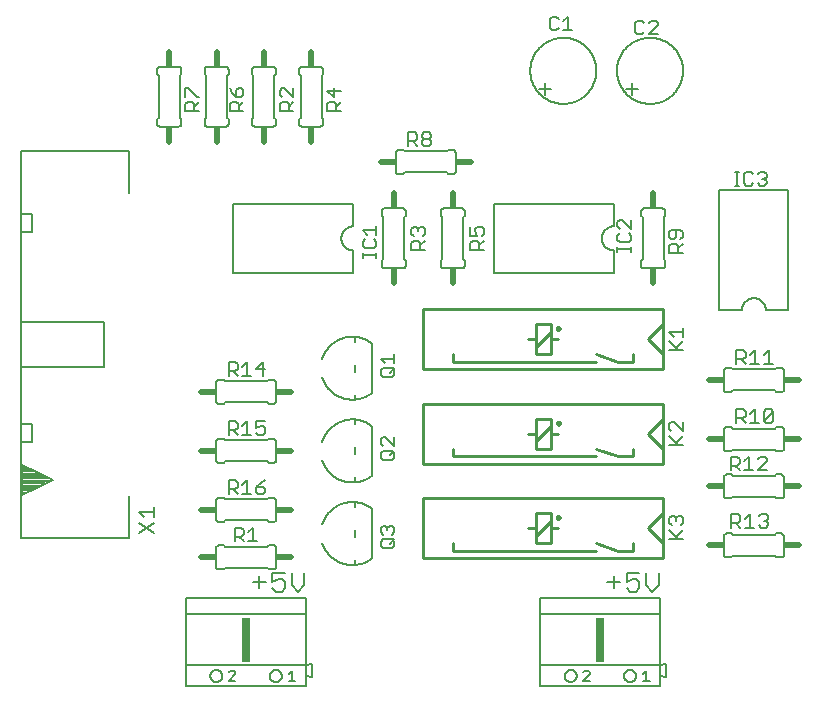
<source format=gbr>
G75*
%MOIN*%
%OFA0B0*%
%FSLAX25Y25*%
%IPPOS*%
%LPD*%
%AMOC8*
5,1,8,0,0,1.08239X$1,22.5*
%
%ADD10C,0.00700*%
%ADD11C,0.00600*%
%ADD12C,0.00500*%
%ADD13C,0.01000*%
%ADD14R,0.03000X0.15000*%
%ADD15C,0.02000*%
%ADD16R,0.01500X0.02000*%
%ADD17R,0.02000X0.01500*%
%ADD18C,0.00800*%
D10*
X0109402Y0049010D02*
X0113605Y0049010D01*
X0115847Y0049010D02*
X0117949Y0050061D01*
X0119000Y0050061D01*
X0120051Y0049010D01*
X0120051Y0046908D01*
X0119000Y0045857D01*
X0116898Y0045857D01*
X0115847Y0046908D01*
X0115847Y0049010D02*
X0115847Y0052162D01*
X0120051Y0052162D01*
X0122293Y0052162D02*
X0122293Y0047959D01*
X0124395Y0045857D01*
X0126496Y0047959D01*
X0126496Y0052162D01*
X0111504Y0051112D02*
X0111504Y0046908D01*
X0227512Y0049010D02*
X0231716Y0049010D01*
X0233958Y0049010D02*
X0233958Y0052162D01*
X0238161Y0052162D01*
X0240403Y0052162D02*
X0240403Y0047959D01*
X0242505Y0045857D01*
X0244607Y0047959D01*
X0244607Y0052162D01*
X0238161Y0049010D02*
X0238161Y0046908D01*
X0237110Y0045857D01*
X0235008Y0045857D01*
X0233958Y0046908D01*
X0233958Y0049010D02*
X0236059Y0050061D01*
X0237110Y0050061D01*
X0238161Y0049010D01*
X0229614Y0051112D02*
X0229614Y0046908D01*
D11*
X0245194Y0043759D02*
X0245194Y0038259D01*
X0245194Y0021259D01*
X0205194Y0021259D01*
X0205194Y0038259D01*
X0205194Y0043759D01*
X0245194Y0043759D01*
X0245194Y0038259D02*
X0205194Y0038259D01*
X0205194Y0021259D02*
X0205194Y0014259D01*
X0245194Y0014259D01*
X0245194Y0017759D01*
X0245194Y0021259D01*
X0247194Y0021759D01*
X0247194Y0017259D01*
X0245194Y0017759D01*
X0233094Y0017759D02*
X0233096Y0017848D01*
X0233102Y0017937D01*
X0233112Y0018026D01*
X0233126Y0018114D01*
X0233143Y0018201D01*
X0233165Y0018287D01*
X0233191Y0018373D01*
X0233220Y0018457D01*
X0233253Y0018540D01*
X0233289Y0018621D01*
X0233330Y0018701D01*
X0233373Y0018778D01*
X0233420Y0018854D01*
X0233471Y0018927D01*
X0233524Y0018998D01*
X0233581Y0019067D01*
X0233641Y0019133D01*
X0233704Y0019197D01*
X0233769Y0019257D01*
X0233837Y0019315D01*
X0233908Y0019369D01*
X0233981Y0019420D01*
X0234056Y0019468D01*
X0234133Y0019513D01*
X0234212Y0019554D01*
X0234293Y0019591D01*
X0234375Y0019625D01*
X0234459Y0019656D01*
X0234544Y0019682D01*
X0234630Y0019705D01*
X0234717Y0019723D01*
X0234805Y0019738D01*
X0234894Y0019749D01*
X0234983Y0019756D01*
X0235072Y0019759D01*
X0235161Y0019758D01*
X0235250Y0019753D01*
X0235338Y0019744D01*
X0235427Y0019731D01*
X0235514Y0019714D01*
X0235601Y0019694D01*
X0235687Y0019669D01*
X0235771Y0019641D01*
X0235854Y0019609D01*
X0235936Y0019573D01*
X0236016Y0019534D01*
X0236094Y0019491D01*
X0236170Y0019445D01*
X0236244Y0019395D01*
X0236316Y0019342D01*
X0236385Y0019286D01*
X0236452Y0019227D01*
X0236516Y0019165D01*
X0236577Y0019101D01*
X0236636Y0019033D01*
X0236691Y0018963D01*
X0236743Y0018891D01*
X0236792Y0018816D01*
X0236837Y0018740D01*
X0236879Y0018661D01*
X0236917Y0018581D01*
X0236952Y0018499D01*
X0236983Y0018415D01*
X0237011Y0018330D01*
X0237034Y0018244D01*
X0237054Y0018157D01*
X0237070Y0018070D01*
X0237082Y0017981D01*
X0237090Y0017893D01*
X0237094Y0017804D01*
X0237094Y0017714D01*
X0237090Y0017625D01*
X0237082Y0017537D01*
X0237070Y0017448D01*
X0237054Y0017361D01*
X0237034Y0017274D01*
X0237011Y0017188D01*
X0236983Y0017103D01*
X0236952Y0017019D01*
X0236917Y0016937D01*
X0236879Y0016857D01*
X0236837Y0016778D01*
X0236792Y0016702D01*
X0236743Y0016627D01*
X0236691Y0016555D01*
X0236636Y0016485D01*
X0236577Y0016417D01*
X0236516Y0016353D01*
X0236452Y0016291D01*
X0236385Y0016232D01*
X0236316Y0016176D01*
X0236244Y0016123D01*
X0236170Y0016073D01*
X0236094Y0016027D01*
X0236016Y0015984D01*
X0235936Y0015945D01*
X0235854Y0015909D01*
X0235771Y0015877D01*
X0235687Y0015849D01*
X0235601Y0015824D01*
X0235514Y0015804D01*
X0235427Y0015787D01*
X0235338Y0015774D01*
X0235250Y0015765D01*
X0235161Y0015760D01*
X0235072Y0015759D01*
X0234983Y0015762D01*
X0234894Y0015769D01*
X0234805Y0015780D01*
X0234717Y0015795D01*
X0234630Y0015813D01*
X0234544Y0015836D01*
X0234459Y0015862D01*
X0234375Y0015893D01*
X0234293Y0015927D01*
X0234212Y0015964D01*
X0234133Y0016005D01*
X0234056Y0016050D01*
X0233981Y0016098D01*
X0233908Y0016149D01*
X0233837Y0016203D01*
X0233769Y0016261D01*
X0233704Y0016321D01*
X0233641Y0016385D01*
X0233581Y0016451D01*
X0233524Y0016520D01*
X0233471Y0016591D01*
X0233420Y0016664D01*
X0233373Y0016740D01*
X0233330Y0016817D01*
X0233289Y0016897D01*
X0233253Y0016978D01*
X0233220Y0017061D01*
X0233191Y0017145D01*
X0233165Y0017231D01*
X0233143Y0017317D01*
X0233126Y0017404D01*
X0233112Y0017492D01*
X0233102Y0017581D01*
X0233096Y0017670D01*
X0233094Y0017759D01*
X0213294Y0017759D02*
X0213296Y0017848D01*
X0213302Y0017937D01*
X0213312Y0018026D01*
X0213326Y0018114D01*
X0213343Y0018201D01*
X0213365Y0018287D01*
X0213391Y0018373D01*
X0213420Y0018457D01*
X0213453Y0018540D01*
X0213489Y0018621D01*
X0213530Y0018701D01*
X0213573Y0018778D01*
X0213620Y0018854D01*
X0213671Y0018927D01*
X0213724Y0018998D01*
X0213781Y0019067D01*
X0213841Y0019133D01*
X0213904Y0019197D01*
X0213969Y0019257D01*
X0214037Y0019315D01*
X0214108Y0019369D01*
X0214181Y0019420D01*
X0214256Y0019468D01*
X0214333Y0019513D01*
X0214412Y0019554D01*
X0214493Y0019591D01*
X0214575Y0019625D01*
X0214659Y0019656D01*
X0214744Y0019682D01*
X0214830Y0019705D01*
X0214917Y0019723D01*
X0215005Y0019738D01*
X0215094Y0019749D01*
X0215183Y0019756D01*
X0215272Y0019759D01*
X0215361Y0019758D01*
X0215450Y0019753D01*
X0215538Y0019744D01*
X0215627Y0019731D01*
X0215714Y0019714D01*
X0215801Y0019694D01*
X0215887Y0019669D01*
X0215971Y0019641D01*
X0216054Y0019609D01*
X0216136Y0019573D01*
X0216216Y0019534D01*
X0216294Y0019491D01*
X0216370Y0019445D01*
X0216444Y0019395D01*
X0216516Y0019342D01*
X0216585Y0019286D01*
X0216652Y0019227D01*
X0216716Y0019165D01*
X0216777Y0019101D01*
X0216836Y0019033D01*
X0216891Y0018963D01*
X0216943Y0018891D01*
X0216992Y0018816D01*
X0217037Y0018740D01*
X0217079Y0018661D01*
X0217117Y0018581D01*
X0217152Y0018499D01*
X0217183Y0018415D01*
X0217211Y0018330D01*
X0217234Y0018244D01*
X0217254Y0018157D01*
X0217270Y0018070D01*
X0217282Y0017981D01*
X0217290Y0017893D01*
X0217294Y0017804D01*
X0217294Y0017714D01*
X0217290Y0017625D01*
X0217282Y0017537D01*
X0217270Y0017448D01*
X0217254Y0017361D01*
X0217234Y0017274D01*
X0217211Y0017188D01*
X0217183Y0017103D01*
X0217152Y0017019D01*
X0217117Y0016937D01*
X0217079Y0016857D01*
X0217037Y0016778D01*
X0216992Y0016702D01*
X0216943Y0016627D01*
X0216891Y0016555D01*
X0216836Y0016485D01*
X0216777Y0016417D01*
X0216716Y0016353D01*
X0216652Y0016291D01*
X0216585Y0016232D01*
X0216516Y0016176D01*
X0216444Y0016123D01*
X0216370Y0016073D01*
X0216294Y0016027D01*
X0216216Y0015984D01*
X0216136Y0015945D01*
X0216054Y0015909D01*
X0215971Y0015877D01*
X0215887Y0015849D01*
X0215801Y0015824D01*
X0215714Y0015804D01*
X0215627Y0015787D01*
X0215538Y0015774D01*
X0215450Y0015765D01*
X0215361Y0015760D01*
X0215272Y0015759D01*
X0215183Y0015762D01*
X0215094Y0015769D01*
X0215005Y0015780D01*
X0214917Y0015795D01*
X0214830Y0015813D01*
X0214744Y0015836D01*
X0214659Y0015862D01*
X0214575Y0015893D01*
X0214493Y0015927D01*
X0214412Y0015964D01*
X0214333Y0016005D01*
X0214256Y0016050D01*
X0214181Y0016098D01*
X0214108Y0016149D01*
X0214037Y0016203D01*
X0213969Y0016261D01*
X0213904Y0016321D01*
X0213841Y0016385D01*
X0213781Y0016451D01*
X0213724Y0016520D01*
X0213671Y0016591D01*
X0213620Y0016664D01*
X0213573Y0016740D01*
X0213530Y0016817D01*
X0213489Y0016897D01*
X0213453Y0016978D01*
X0213420Y0017061D01*
X0213391Y0017145D01*
X0213365Y0017231D01*
X0213343Y0017317D01*
X0213326Y0017404D01*
X0213312Y0017492D01*
X0213302Y0017581D01*
X0213296Y0017670D01*
X0213294Y0017759D01*
X0266375Y0058255D02*
X0266375Y0064255D01*
X0266377Y0064315D01*
X0266382Y0064376D01*
X0266391Y0064435D01*
X0266404Y0064494D01*
X0266420Y0064553D01*
X0266440Y0064610D01*
X0266463Y0064665D01*
X0266490Y0064720D01*
X0266519Y0064772D01*
X0266552Y0064823D01*
X0266588Y0064872D01*
X0266626Y0064918D01*
X0266668Y0064962D01*
X0266712Y0065004D01*
X0266758Y0065042D01*
X0266807Y0065078D01*
X0266858Y0065111D01*
X0266910Y0065140D01*
X0266965Y0065167D01*
X0267020Y0065190D01*
X0267077Y0065210D01*
X0267136Y0065226D01*
X0267195Y0065239D01*
X0267254Y0065248D01*
X0267315Y0065253D01*
X0267375Y0065255D01*
X0268875Y0065255D01*
X0269375Y0064755D01*
X0283375Y0064755D01*
X0283875Y0065255D01*
X0285375Y0065255D01*
X0285435Y0065253D01*
X0285496Y0065248D01*
X0285555Y0065239D01*
X0285614Y0065226D01*
X0285673Y0065210D01*
X0285730Y0065190D01*
X0285785Y0065167D01*
X0285840Y0065140D01*
X0285892Y0065111D01*
X0285943Y0065078D01*
X0285992Y0065042D01*
X0286038Y0065004D01*
X0286082Y0064962D01*
X0286124Y0064918D01*
X0286162Y0064872D01*
X0286198Y0064823D01*
X0286231Y0064772D01*
X0286260Y0064720D01*
X0286287Y0064665D01*
X0286310Y0064610D01*
X0286330Y0064553D01*
X0286346Y0064494D01*
X0286359Y0064435D01*
X0286368Y0064376D01*
X0286373Y0064315D01*
X0286375Y0064255D01*
X0286375Y0058255D01*
X0286373Y0058195D01*
X0286368Y0058134D01*
X0286359Y0058075D01*
X0286346Y0058016D01*
X0286330Y0057957D01*
X0286310Y0057900D01*
X0286287Y0057845D01*
X0286260Y0057790D01*
X0286231Y0057738D01*
X0286198Y0057687D01*
X0286162Y0057638D01*
X0286124Y0057592D01*
X0286082Y0057548D01*
X0286038Y0057506D01*
X0285992Y0057468D01*
X0285943Y0057432D01*
X0285892Y0057399D01*
X0285840Y0057370D01*
X0285785Y0057343D01*
X0285730Y0057320D01*
X0285673Y0057300D01*
X0285614Y0057284D01*
X0285555Y0057271D01*
X0285496Y0057262D01*
X0285435Y0057257D01*
X0285375Y0057255D01*
X0283875Y0057255D01*
X0283375Y0057755D01*
X0269375Y0057755D01*
X0268875Y0057255D01*
X0267375Y0057255D01*
X0267315Y0057257D01*
X0267254Y0057262D01*
X0267195Y0057271D01*
X0267136Y0057284D01*
X0267077Y0057300D01*
X0267020Y0057320D01*
X0266965Y0057343D01*
X0266910Y0057370D01*
X0266858Y0057399D01*
X0266807Y0057432D01*
X0266758Y0057468D01*
X0266712Y0057506D01*
X0266668Y0057548D01*
X0266626Y0057592D01*
X0266588Y0057638D01*
X0266552Y0057687D01*
X0266519Y0057738D01*
X0266490Y0057790D01*
X0266463Y0057845D01*
X0266440Y0057900D01*
X0266420Y0057957D01*
X0266404Y0058016D01*
X0266391Y0058075D01*
X0266382Y0058134D01*
X0266377Y0058195D01*
X0266375Y0058255D01*
X0267375Y0076940D02*
X0268875Y0076940D01*
X0269375Y0077440D01*
X0283375Y0077440D01*
X0283875Y0076940D01*
X0285375Y0076940D01*
X0285435Y0076942D01*
X0285496Y0076947D01*
X0285555Y0076956D01*
X0285614Y0076969D01*
X0285673Y0076985D01*
X0285730Y0077005D01*
X0285785Y0077028D01*
X0285840Y0077055D01*
X0285892Y0077084D01*
X0285943Y0077117D01*
X0285992Y0077153D01*
X0286038Y0077191D01*
X0286082Y0077233D01*
X0286124Y0077277D01*
X0286162Y0077323D01*
X0286198Y0077372D01*
X0286231Y0077423D01*
X0286260Y0077475D01*
X0286287Y0077530D01*
X0286310Y0077585D01*
X0286330Y0077642D01*
X0286346Y0077701D01*
X0286359Y0077760D01*
X0286368Y0077819D01*
X0286373Y0077880D01*
X0286375Y0077940D01*
X0286375Y0083940D01*
X0286373Y0084000D01*
X0286368Y0084061D01*
X0286359Y0084120D01*
X0286346Y0084179D01*
X0286330Y0084238D01*
X0286310Y0084295D01*
X0286287Y0084350D01*
X0286260Y0084405D01*
X0286231Y0084457D01*
X0286198Y0084508D01*
X0286162Y0084557D01*
X0286124Y0084603D01*
X0286082Y0084647D01*
X0286038Y0084689D01*
X0285992Y0084727D01*
X0285943Y0084763D01*
X0285892Y0084796D01*
X0285840Y0084825D01*
X0285785Y0084852D01*
X0285730Y0084875D01*
X0285673Y0084895D01*
X0285614Y0084911D01*
X0285555Y0084924D01*
X0285496Y0084933D01*
X0285435Y0084938D01*
X0285375Y0084940D01*
X0283875Y0084940D01*
X0283375Y0084440D01*
X0269375Y0084440D01*
X0268875Y0084940D01*
X0267375Y0084940D01*
X0267315Y0084938D01*
X0267254Y0084933D01*
X0267195Y0084924D01*
X0267136Y0084911D01*
X0267077Y0084895D01*
X0267020Y0084875D01*
X0266965Y0084852D01*
X0266910Y0084825D01*
X0266858Y0084796D01*
X0266807Y0084763D01*
X0266758Y0084727D01*
X0266712Y0084689D01*
X0266668Y0084647D01*
X0266626Y0084603D01*
X0266588Y0084557D01*
X0266552Y0084508D01*
X0266519Y0084457D01*
X0266490Y0084405D01*
X0266463Y0084350D01*
X0266440Y0084295D01*
X0266420Y0084238D01*
X0266404Y0084179D01*
X0266391Y0084120D01*
X0266382Y0084061D01*
X0266377Y0084000D01*
X0266375Y0083940D01*
X0266375Y0077940D01*
X0266377Y0077880D01*
X0266382Y0077819D01*
X0266391Y0077760D01*
X0266404Y0077701D01*
X0266420Y0077642D01*
X0266440Y0077585D01*
X0266463Y0077530D01*
X0266490Y0077475D01*
X0266519Y0077423D01*
X0266552Y0077372D01*
X0266588Y0077323D01*
X0266626Y0077277D01*
X0266668Y0077233D01*
X0266712Y0077191D01*
X0266758Y0077153D01*
X0266807Y0077117D01*
X0266858Y0077084D01*
X0266910Y0077055D01*
X0266965Y0077028D01*
X0267020Y0077005D01*
X0267077Y0076985D01*
X0267136Y0076969D01*
X0267195Y0076956D01*
X0267254Y0076947D01*
X0267315Y0076942D01*
X0267375Y0076940D01*
X0267375Y0092688D02*
X0268875Y0092688D01*
X0269375Y0093188D01*
X0283375Y0093188D01*
X0283875Y0092688D01*
X0285375Y0092688D01*
X0285435Y0092690D01*
X0285496Y0092695D01*
X0285555Y0092704D01*
X0285614Y0092717D01*
X0285673Y0092733D01*
X0285730Y0092753D01*
X0285785Y0092776D01*
X0285840Y0092803D01*
X0285892Y0092832D01*
X0285943Y0092865D01*
X0285992Y0092901D01*
X0286038Y0092939D01*
X0286082Y0092981D01*
X0286124Y0093025D01*
X0286162Y0093071D01*
X0286198Y0093120D01*
X0286231Y0093171D01*
X0286260Y0093223D01*
X0286287Y0093278D01*
X0286310Y0093333D01*
X0286330Y0093390D01*
X0286346Y0093449D01*
X0286359Y0093508D01*
X0286368Y0093567D01*
X0286373Y0093628D01*
X0286375Y0093688D01*
X0286375Y0099688D01*
X0286373Y0099748D01*
X0286368Y0099809D01*
X0286359Y0099868D01*
X0286346Y0099927D01*
X0286330Y0099986D01*
X0286310Y0100043D01*
X0286287Y0100098D01*
X0286260Y0100153D01*
X0286231Y0100205D01*
X0286198Y0100256D01*
X0286162Y0100305D01*
X0286124Y0100351D01*
X0286082Y0100395D01*
X0286038Y0100437D01*
X0285992Y0100475D01*
X0285943Y0100511D01*
X0285892Y0100544D01*
X0285840Y0100573D01*
X0285785Y0100600D01*
X0285730Y0100623D01*
X0285673Y0100643D01*
X0285614Y0100659D01*
X0285555Y0100672D01*
X0285496Y0100681D01*
X0285435Y0100686D01*
X0285375Y0100688D01*
X0283875Y0100688D01*
X0283375Y0100188D01*
X0269375Y0100188D01*
X0268875Y0100688D01*
X0267375Y0100688D01*
X0267315Y0100686D01*
X0267254Y0100681D01*
X0267195Y0100672D01*
X0267136Y0100659D01*
X0267077Y0100643D01*
X0267020Y0100623D01*
X0266965Y0100600D01*
X0266910Y0100573D01*
X0266858Y0100544D01*
X0266807Y0100511D01*
X0266758Y0100475D01*
X0266712Y0100437D01*
X0266668Y0100395D01*
X0266626Y0100351D01*
X0266588Y0100305D01*
X0266552Y0100256D01*
X0266519Y0100205D01*
X0266490Y0100153D01*
X0266463Y0100098D01*
X0266440Y0100043D01*
X0266420Y0099986D01*
X0266404Y0099927D01*
X0266391Y0099868D01*
X0266382Y0099809D01*
X0266377Y0099748D01*
X0266375Y0099688D01*
X0266375Y0093688D01*
X0266377Y0093628D01*
X0266382Y0093567D01*
X0266391Y0093508D01*
X0266404Y0093449D01*
X0266420Y0093390D01*
X0266440Y0093333D01*
X0266463Y0093278D01*
X0266490Y0093223D01*
X0266519Y0093171D01*
X0266552Y0093120D01*
X0266588Y0093071D01*
X0266626Y0093025D01*
X0266668Y0092981D01*
X0266712Y0092939D01*
X0266758Y0092901D01*
X0266807Y0092865D01*
X0266858Y0092832D01*
X0266910Y0092803D01*
X0266965Y0092776D01*
X0267020Y0092753D01*
X0267077Y0092733D01*
X0267136Y0092717D01*
X0267195Y0092704D01*
X0267254Y0092695D01*
X0267315Y0092690D01*
X0267375Y0092688D01*
X0267375Y0112373D02*
X0268875Y0112373D01*
X0269375Y0112873D01*
X0283375Y0112873D01*
X0283875Y0112373D01*
X0285375Y0112373D01*
X0285435Y0112375D01*
X0285496Y0112380D01*
X0285555Y0112389D01*
X0285614Y0112402D01*
X0285673Y0112418D01*
X0285730Y0112438D01*
X0285785Y0112461D01*
X0285840Y0112488D01*
X0285892Y0112517D01*
X0285943Y0112550D01*
X0285992Y0112586D01*
X0286038Y0112624D01*
X0286082Y0112666D01*
X0286124Y0112710D01*
X0286162Y0112756D01*
X0286198Y0112805D01*
X0286231Y0112856D01*
X0286260Y0112908D01*
X0286287Y0112963D01*
X0286310Y0113018D01*
X0286330Y0113075D01*
X0286346Y0113134D01*
X0286359Y0113193D01*
X0286368Y0113252D01*
X0286373Y0113313D01*
X0286375Y0113373D01*
X0286375Y0119373D01*
X0286373Y0119433D01*
X0286368Y0119494D01*
X0286359Y0119553D01*
X0286346Y0119612D01*
X0286330Y0119671D01*
X0286310Y0119728D01*
X0286287Y0119783D01*
X0286260Y0119838D01*
X0286231Y0119890D01*
X0286198Y0119941D01*
X0286162Y0119990D01*
X0286124Y0120036D01*
X0286082Y0120080D01*
X0286038Y0120122D01*
X0285992Y0120160D01*
X0285943Y0120196D01*
X0285892Y0120229D01*
X0285840Y0120258D01*
X0285785Y0120285D01*
X0285730Y0120308D01*
X0285673Y0120328D01*
X0285614Y0120344D01*
X0285555Y0120357D01*
X0285496Y0120366D01*
X0285435Y0120371D01*
X0285375Y0120373D01*
X0283875Y0120373D01*
X0283375Y0119873D01*
X0269375Y0119873D01*
X0268875Y0120373D01*
X0267375Y0120373D01*
X0267315Y0120371D01*
X0267254Y0120366D01*
X0267195Y0120357D01*
X0267136Y0120344D01*
X0267077Y0120328D01*
X0267020Y0120308D01*
X0266965Y0120285D01*
X0266910Y0120258D01*
X0266858Y0120229D01*
X0266807Y0120196D01*
X0266758Y0120160D01*
X0266712Y0120122D01*
X0266668Y0120080D01*
X0266626Y0120036D01*
X0266588Y0119990D01*
X0266552Y0119941D01*
X0266519Y0119890D01*
X0266490Y0119838D01*
X0266463Y0119783D01*
X0266440Y0119728D01*
X0266420Y0119671D01*
X0266404Y0119612D01*
X0266391Y0119553D01*
X0266382Y0119494D01*
X0266377Y0119433D01*
X0266375Y0119373D01*
X0266375Y0113373D01*
X0266377Y0113313D01*
X0266382Y0113252D01*
X0266391Y0113193D01*
X0266404Y0113134D01*
X0266420Y0113075D01*
X0266440Y0113018D01*
X0266463Y0112963D01*
X0266490Y0112908D01*
X0266519Y0112856D01*
X0266552Y0112805D01*
X0266588Y0112756D01*
X0266626Y0112710D01*
X0266668Y0112666D01*
X0266712Y0112624D01*
X0266758Y0112586D01*
X0266807Y0112550D01*
X0266858Y0112517D01*
X0266910Y0112488D01*
X0266965Y0112461D01*
X0267020Y0112438D01*
X0267077Y0112418D01*
X0267136Y0112402D01*
X0267195Y0112389D01*
X0267254Y0112380D01*
X0267315Y0112375D01*
X0267375Y0112373D01*
X0264875Y0139680D02*
X0272375Y0139680D01*
X0272377Y0139806D01*
X0272383Y0139931D01*
X0272393Y0140056D01*
X0272407Y0140181D01*
X0272424Y0140306D01*
X0272446Y0140430D01*
X0272471Y0140553D01*
X0272501Y0140675D01*
X0272534Y0140796D01*
X0272571Y0140916D01*
X0272611Y0141035D01*
X0272656Y0141152D01*
X0272704Y0141269D01*
X0272756Y0141383D01*
X0272811Y0141496D01*
X0272870Y0141607D01*
X0272932Y0141716D01*
X0272998Y0141823D01*
X0273067Y0141928D01*
X0273139Y0142031D01*
X0273214Y0142132D01*
X0273293Y0142230D01*
X0273375Y0142325D01*
X0273459Y0142418D01*
X0273547Y0142508D01*
X0273637Y0142596D01*
X0273730Y0142680D01*
X0273825Y0142762D01*
X0273923Y0142841D01*
X0274024Y0142916D01*
X0274127Y0142988D01*
X0274232Y0143057D01*
X0274339Y0143123D01*
X0274448Y0143185D01*
X0274559Y0143244D01*
X0274672Y0143299D01*
X0274786Y0143351D01*
X0274903Y0143399D01*
X0275020Y0143444D01*
X0275139Y0143484D01*
X0275259Y0143521D01*
X0275380Y0143554D01*
X0275502Y0143584D01*
X0275625Y0143609D01*
X0275749Y0143631D01*
X0275874Y0143648D01*
X0275999Y0143662D01*
X0276124Y0143672D01*
X0276249Y0143678D01*
X0276375Y0143680D01*
X0276501Y0143678D01*
X0276626Y0143672D01*
X0276751Y0143662D01*
X0276876Y0143648D01*
X0277001Y0143631D01*
X0277125Y0143609D01*
X0277248Y0143584D01*
X0277370Y0143554D01*
X0277491Y0143521D01*
X0277611Y0143484D01*
X0277730Y0143444D01*
X0277847Y0143399D01*
X0277964Y0143351D01*
X0278078Y0143299D01*
X0278191Y0143244D01*
X0278302Y0143185D01*
X0278411Y0143123D01*
X0278518Y0143057D01*
X0278623Y0142988D01*
X0278726Y0142916D01*
X0278827Y0142841D01*
X0278925Y0142762D01*
X0279020Y0142680D01*
X0279113Y0142596D01*
X0279203Y0142508D01*
X0279291Y0142418D01*
X0279375Y0142325D01*
X0279457Y0142230D01*
X0279536Y0142132D01*
X0279611Y0142031D01*
X0279683Y0141928D01*
X0279752Y0141823D01*
X0279818Y0141716D01*
X0279880Y0141607D01*
X0279939Y0141496D01*
X0279994Y0141383D01*
X0280046Y0141269D01*
X0280094Y0141152D01*
X0280139Y0141035D01*
X0280179Y0140916D01*
X0280216Y0140796D01*
X0280249Y0140675D01*
X0280279Y0140553D01*
X0280304Y0140430D01*
X0280326Y0140306D01*
X0280343Y0140181D01*
X0280357Y0140056D01*
X0280367Y0139931D01*
X0280373Y0139806D01*
X0280375Y0139680D01*
X0287875Y0139680D01*
X0287875Y0179680D01*
X0264875Y0179680D01*
X0264875Y0139680D01*
X0246753Y0154617D02*
X0246753Y0156117D01*
X0246253Y0156617D01*
X0246253Y0170617D01*
X0246753Y0171117D01*
X0246753Y0172617D01*
X0246751Y0172677D01*
X0246746Y0172738D01*
X0246737Y0172797D01*
X0246724Y0172856D01*
X0246708Y0172915D01*
X0246688Y0172972D01*
X0246665Y0173027D01*
X0246638Y0173082D01*
X0246609Y0173134D01*
X0246576Y0173185D01*
X0246540Y0173234D01*
X0246502Y0173280D01*
X0246460Y0173324D01*
X0246416Y0173366D01*
X0246370Y0173404D01*
X0246321Y0173440D01*
X0246270Y0173473D01*
X0246218Y0173502D01*
X0246163Y0173529D01*
X0246108Y0173552D01*
X0246051Y0173572D01*
X0245992Y0173588D01*
X0245933Y0173601D01*
X0245874Y0173610D01*
X0245813Y0173615D01*
X0245753Y0173617D01*
X0239753Y0173617D01*
X0239693Y0173615D01*
X0239632Y0173610D01*
X0239573Y0173601D01*
X0239514Y0173588D01*
X0239455Y0173572D01*
X0239398Y0173552D01*
X0239343Y0173529D01*
X0239288Y0173502D01*
X0239236Y0173473D01*
X0239185Y0173440D01*
X0239136Y0173404D01*
X0239090Y0173366D01*
X0239046Y0173324D01*
X0239004Y0173280D01*
X0238966Y0173234D01*
X0238930Y0173185D01*
X0238897Y0173134D01*
X0238868Y0173082D01*
X0238841Y0173027D01*
X0238818Y0172972D01*
X0238798Y0172915D01*
X0238782Y0172856D01*
X0238769Y0172797D01*
X0238760Y0172738D01*
X0238755Y0172677D01*
X0238753Y0172617D01*
X0238753Y0171117D01*
X0239253Y0170617D01*
X0239253Y0156617D01*
X0238753Y0156117D01*
X0238753Y0154617D01*
X0238755Y0154557D01*
X0238760Y0154496D01*
X0238769Y0154437D01*
X0238782Y0154378D01*
X0238798Y0154319D01*
X0238818Y0154262D01*
X0238841Y0154207D01*
X0238868Y0154152D01*
X0238897Y0154100D01*
X0238930Y0154049D01*
X0238966Y0154000D01*
X0239004Y0153954D01*
X0239046Y0153910D01*
X0239090Y0153868D01*
X0239136Y0153830D01*
X0239185Y0153794D01*
X0239236Y0153761D01*
X0239288Y0153732D01*
X0239343Y0153705D01*
X0239398Y0153682D01*
X0239455Y0153662D01*
X0239514Y0153646D01*
X0239573Y0153633D01*
X0239632Y0153624D01*
X0239693Y0153619D01*
X0239753Y0153617D01*
X0245753Y0153617D01*
X0245813Y0153619D01*
X0245874Y0153624D01*
X0245933Y0153633D01*
X0245992Y0153646D01*
X0246051Y0153662D01*
X0246108Y0153682D01*
X0246163Y0153705D01*
X0246218Y0153732D01*
X0246270Y0153761D01*
X0246321Y0153794D01*
X0246370Y0153830D01*
X0246416Y0153868D01*
X0246460Y0153910D01*
X0246502Y0153954D01*
X0246540Y0154000D01*
X0246576Y0154049D01*
X0246609Y0154100D01*
X0246638Y0154152D01*
X0246665Y0154207D01*
X0246688Y0154262D01*
X0246708Y0154319D01*
X0246724Y0154378D01*
X0246737Y0154437D01*
X0246746Y0154496D01*
X0246751Y0154557D01*
X0246753Y0154617D01*
X0229642Y0152117D02*
X0229642Y0159617D01*
X0229516Y0159619D01*
X0229391Y0159625D01*
X0229266Y0159635D01*
X0229141Y0159649D01*
X0229016Y0159666D01*
X0228892Y0159688D01*
X0228769Y0159713D01*
X0228647Y0159743D01*
X0228526Y0159776D01*
X0228406Y0159813D01*
X0228287Y0159853D01*
X0228170Y0159898D01*
X0228053Y0159946D01*
X0227939Y0159998D01*
X0227826Y0160053D01*
X0227715Y0160112D01*
X0227606Y0160174D01*
X0227499Y0160240D01*
X0227394Y0160309D01*
X0227291Y0160381D01*
X0227190Y0160456D01*
X0227092Y0160535D01*
X0226997Y0160617D01*
X0226904Y0160701D01*
X0226814Y0160789D01*
X0226726Y0160879D01*
X0226642Y0160972D01*
X0226560Y0161067D01*
X0226481Y0161165D01*
X0226406Y0161266D01*
X0226334Y0161369D01*
X0226265Y0161474D01*
X0226199Y0161581D01*
X0226137Y0161690D01*
X0226078Y0161801D01*
X0226023Y0161914D01*
X0225971Y0162028D01*
X0225923Y0162145D01*
X0225878Y0162262D01*
X0225838Y0162381D01*
X0225801Y0162501D01*
X0225768Y0162622D01*
X0225738Y0162744D01*
X0225713Y0162867D01*
X0225691Y0162991D01*
X0225674Y0163116D01*
X0225660Y0163241D01*
X0225650Y0163366D01*
X0225644Y0163491D01*
X0225642Y0163617D01*
X0225644Y0163743D01*
X0225650Y0163868D01*
X0225660Y0163993D01*
X0225674Y0164118D01*
X0225691Y0164243D01*
X0225713Y0164367D01*
X0225738Y0164490D01*
X0225768Y0164612D01*
X0225801Y0164733D01*
X0225838Y0164853D01*
X0225878Y0164972D01*
X0225923Y0165089D01*
X0225971Y0165206D01*
X0226023Y0165320D01*
X0226078Y0165433D01*
X0226137Y0165544D01*
X0226199Y0165653D01*
X0226265Y0165760D01*
X0226334Y0165865D01*
X0226406Y0165968D01*
X0226481Y0166069D01*
X0226560Y0166167D01*
X0226642Y0166262D01*
X0226726Y0166355D01*
X0226814Y0166445D01*
X0226904Y0166533D01*
X0226997Y0166617D01*
X0227092Y0166699D01*
X0227190Y0166778D01*
X0227291Y0166853D01*
X0227394Y0166925D01*
X0227499Y0166994D01*
X0227606Y0167060D01*
X0227715Y0167122D01*
X0227826Y0167181D01*
X0227939Y0167236D01*
X0228053Y0167288D01*
X0228170Y0167336D01*
X0228287Y0167381D01*
X0228406Y0167421D01*
X0228526Y0167458D01*
X0228647Y0167491D01*
X0228769Y0167521D01*
X0228892Y0167546D01*
X0229016Y0167568D01*
X0229141Y0167585D01*
X0229266Y0167599D01*
X0229391Y0167609D01*
X0229516Y0167615D01*
X0229642Y0167617D01*
X0229642Y0175117D01*
X0189642Y0175117D01*
X0189642Y0152117D01*
X0229642Y0152117D01*
X0179981Y0154617D02*
X0179981Y0156117D01*
X0179481Y0156617D01*
X0179481Y0170617D01*
X0179981Y0171117D01*
X0179981Y0172617D01*
X0179979Y0172677D01*
X0179974Y0172738D01*
X0179965Y0172797D01*
X0179952Y0172856D01*
X0179936Y0172915D01*
X0179916Y0172972D01*
X0179893Y0173027D01*
X0179866Y0173082D01*
X0179837Y0173134D01*
X0179804Y0173185D01*
X0179768Y0173234D01*
X0179730Y0173280D01*
X0179688Y0173324D01*
X0179644Y0173366D01*
X0179598Y0173404D01*
X0179549Y0173440D01*
X0179498Y0173473D01*
X0179446Y0173502D01*
X0179391Y0173529D01*
X0179336Y0173552D01*
X0179279Y0173572D01*
X0179220Y0173588D01*
X0179161Y0173601D01*
X0179102Y0173610D01*
X0179041Y0173615D01*
X0178981Y0173617D01*
X0172981Y0173617D01*
X0172921Y0173615D01*
X0172860Y0173610D01*
X0172801Y0173601D01*
X0172742Y0173588D01*
X0172683Y0173572D01*
X0172626Y0173552D01*
X0172571Y0173529D01*
X0172516Y0173502D01*
X0172464Y0173473D01*
X0172413Y0173440D01*
X0172364Y0173404D01*
X0172318Y0173366D01*
X0172274Y0173324D01*
X0172232Y0173280D01*
X0172194Y0173234D01*
X0172158Y0173185D01*
X0172125Y0173134D01*
X0172096Y0173082D01*
X0172069Y0173027D01*
X0172046Y0172972D01*
X0172026Y0172915D01*
X0172010Y0172856D01*
X0171997Y0172797D01*
X0171988Y0172738D01*
X0171983Y0172677D01*
X0171981Y0172617D01*
X0171981Y0171117D01*
X0172481Y0170617D01*
X0172481Y0156617D01*
X0171981Y0156117D01*
X0171981Y0154617D01*
X0171983Y0154557D01*
X0171988Y0154496D01*
X0171997Y0154437D01*
X0172010Y0154378D01*
X0172026Y0154319D01*
X0172046Y0154262D01*
X0172069Y0154207D01*
X0172096Y0154152D01*
X0172125Y0154100D01*
X0172158Y0154049D01*
X0172194Y0154000D01*
X0172232Y0153954D01*
X0172274Y0153910D01*
X0172318Y0153868D01*
X0172364Y0153830D01*
X0172413Y0153794D01*
X0172464Y0153761D01*
X0172516Y0153732D01*
X0172571Y0153705D01*
X0172626Y0153682D01*
X0172683Y0153662D01*
X0172742Y0153646D01*
X0172801Y0153633D01*
X0172860Y0153624D01*
X0172921Y0153619D01*
X0172981Y0153617D01*
X0178981Y0153617D01*
X0179041Y0153619D01*
X0179102Y0153624D01*
X0179161Y0153633D01*
X0179220Y0153646D01*
X0179279Y0153662D01*
X0179336Y0153682D01*
X0179391Y0153705D01*
X0179446Y0153732D01*
X0179498Y0153761D01*
X0179549Y0153794D01*
X0179598Y0153830D01*
X0179644Y0153868D01*
X0179688Y0153910D01*
X0179730Y0153954D01*
X0179768Y0154000D01*
X0179804Y0154049D01*
X0179837Y0154100D01*
X0179866Y0154152D01*
X0179893Y0154207D01*
X0179916Y0154262D01*
X0179936Y0154319D01*
X0179952Y0154378D01*
X0179965Y0154437D01*
X0179974Y0154496D01*
X0179979Y0154557D01*
X0179981Y0154617D01*
X0160296Y0154617D02*
X0160296Y0156117D01*
X0159796Y0156617D01*
X0159796Y0170617D01*
X0160296Y0171117D01*
X0160296Y0172617D01*
X0160294Y0172677D01*
X0160289Y0172738D01*
X0160280Y0172797D01*
X0160267Y0172856D01*
X0160251Y0172915D01*
X0160231Y0172972D01*
X0160208Y0173027D01*
X0160181Y0173082D01*
X0160152Y0173134D01*
X0160119Y0173185D01*
X0160083Y0173234D01*
X0160045Y0173280D01*
X0160003Y0173324D01*
X0159959Y0173366D01*
X0159913Y0173404D01*
X0159864Y0173440D01*
X0159813Y0173473D01*
X0159761Y0173502D01*
X0159706Y0173529D01*
X0159651Y0173552D01*
X0159594Y0173572D01*
X0159535Y0173588D01*
X0159476Y0173601D01*
X0159417Y0173610D01*
X0159356Y0173615D01*
X0159296Y0173617D01*
X0153296Y0173617D01*
X0153236Y0173615D01*
X0153175Y0173610D01*
X0153116Y0173601D01*
X0153057Y0173588D01*
X0152998Y0173572D01*
X0152941Y0173552D01*
X0152886Y0173529D01*
X0152831Y0173502D01*
X0152779Y0173473D01*
X0152728Y0173440D01*
X0152679Y0173404D01*
X0152633Y0173366D01*
X0152589Y0173324D01*
X0152547Y0173280D01*
X0152509Y0173234D01*
X0152473Y0173185D01*
X0152440Y0173134D01*
X0152411Y0173082D01*
X0152384Y0173027D01*
X0152361Y0172972D01*
X0152341Y0172915D01*
X0152325Y0172856D01*
X0152312Y0172797D01*
X0152303Y0172738D01*
X0152298Y0172677D01*
X0152296Y0172617D01*
X0152296Y0171117D01*
X0152796Y0170617D01*
X0152796Y0156617D01*
X0152296Y0156117D01*
X0152296Y0154617D01*
X0152298Y0154557D01*
X0152303Y0154496D01*
X0152312Y0154437D01*
X0152325Y0154378D01*
X0152341Y0154319D01*
X0152361Y0154262D01*
X0152384Y0154207D01*
X0152411Y0154152D01*
X0152440Y0154100D01*
X0152473Y0154049D01*
X0152509Y0154000D01*
X0152547Y0153954D01*
X0152589Y0153910D01*
X0152633Y0153868D01*
X0152679Y0153830D01*
X0152728Y0153794D01*
X0152779Y0153761D01*
X0152831Y0153732D01*
X0152886Y0153705D01*
X0152941Y0153682D01*
X0152998Y0153662D01*
X0153057Y0153646D01*
X0153116Y0153633D01*
X0153175Y0153624D01*
X0153236Y0153619D01*
X0153296Y0153617D01*
X0159296Y0153617D01*
X0159356Y0153619D01*
X0159417Y0153624D01*
X0159476Y0153633D01*
X0159535Y0153646D01*
X0159594Y0153662D01*
X0159651Y0153682D01*
X0159706Y0153705D01*
X0159761Y0153732D01*
X0159813Y0153761D01*
X0159864Y0153794D01*
X0159913Y0153830D01*
X0159959Y0153868D01*
X0160003Y0153910D01*
X0160045Y0153954D01*
X0160083Y0154000D01*
X0160119Y0154049D01*
X0160152Y0154100D01*
X0160181Y0154152D01*
X0160208Y0154207D01*
X0160231Y0154262D01*
X0160251Y0154319D01*
X0160267Y0154378D01*
X0160280Y0154437D01*
X0160289Y0154496D01*
X0160294Y0154557D01*
X0160296Y0154617D01*
X0142831Y0152117D02*
X0142831Y0159617D01*
X0142705Y0159619D01*
X0142580Y0159625D01*
X0142455Y0159635D01*
X0142330Y0159649D01*
X0142205Y0159666D01*
X0142081Y0159688D01*
X0141958Y0159713D01*
X0141836Y0159743D01*
X0141715Y0159776D01*
X0141595Y0159813D01*
X0141476Y0159853D01*
X0141359Y0159898D01*
X0141242Y0159946D01*
X0141128Y0159998D01*
X0141015Y0160053D01*
X0140904Y0160112D01*
X0140795Y0160174D01*
X0140688Y0160240D01*
X0140583Y0160309D01*
X0140480Y0160381D01*
X0140379Y0160456D01*
X0140281Y0160535D01*
X0140186Y0160617D01*
X0140093Y0160701D01*
X0140003Y0160789D01*
X0139915Y0160879D01*
X0139831Y0160972D01*
X0139749Y0161067D01*
X0139670Y0161165D01*
X0139595Y0161266D01*
X0139523Y0161369D01*
X0139454Y0161474D01*
X0139388Y0161581D01*
X0139326Y0161690D01*
X0139267Y0161801D01*
X0139212Y0161914D01*
X0139160Y0162028D01*
X0139112Y0162145D01*
X0139067Y0162262D01*
X0139027Y0162381D01*
X0138990Y0162501D01*
X0138957Y0162622D01*
X0138927Y0162744D01*
X0138902Y0162867D01*
X0138880Y0162991D01*
X0138863Y0163116D01*
X0138849Y0163241D01*
X0138839Y0163366D01*
X0138833Y0163491D01*
X0138831Y0163617D01*
X0138833Y0163743D01*
X0138839Y0163868D01*
X0138849Y0163993D01*
X0138863Y0164118D01*
X0138880Y0164243D01*
X0138902Y0164367D01*
X0138927Y0164490D01*
X0138957Y0164612D01*
X0138990Y0164733D01*
X0139027Y0164853D01*
X0139067Y0164972D01*
X0139112Y0165089D01*
X0139160Y0165206D01*
X0139212Y0165320D01*
X0139267Y0165433D01*
X0139326Y0165544D01*
X0139388Y0165653D01*
X0139454Y0165760D01*
X0139523Y0165865D01*
X0139595Y0165968D01*
X0139670Y0166069D01*
X0139749Y0166167D01*
X0139831Y0166262D01*
X0139915Y0166355D01*
X0140003Y0166445D01*
X0140093Y0166533D01*
X0140186Y0166617D01*
X0140281Y0166699D01*
X0140379Y0166778D01*
X0140480Y0166853D01*
X0140583Y0166925D01*
X0140688Y0166994D01*
X0140795Y0167060D01*
X0140904Y0167122D01*
X0141015Y0167181D01*
X0141128Y0167236D01*
X0141242Y0167288D01*
X0141359Y0167336D01*
X0141476Y0167381D01*
X0141595Y0167421D01*
X0141715Y0167458D01*
X0141836Y0167491D01*
X0141958Y0167521D01*
X0142081Y0167546D01*
X0142205Y0167568D01*
X0142330Y0167585D01*
X0142455Y0167599D01*
X0142580Y0167609D01*
X0142705Y0167615D01*
X0142831Y0167617D01*
X0142831Y0175117D01*
X0102831Y0175117D01*
X0102831Y0152117D01*
X0142831Y0152117D01*
X0143516Y0130763D02*
X0143516Y0129184D01*
X0149016Y0128558D02*
X0149016Y0112062D01*
X0143516Y0111436D02*
X0143516Y0109857D01*
X0143516Y0103204D02*
X0143516Y0101625D01*
X0149016Y0100999D02*
X0149016Y0084503D01*
X0143516Y0083877D02*
X0143516Y0082298D01*
X0143516Y0075645D02*
X0143516Y0074066D01*
X0149016Y0073440D02*
X0149016Y0056944D01*
X0143516Y0056318D02*
X0143516Y0054739D01*
X0143516Y0064066D02*
X0143516Y0066318D01*
X0149016Y0073440D02*
X0148814Y0073595D01*
X0148609Y0073745D01*
X0148400Y0073891D01*
X0148187Y0074031D01*
X0147971Y0074165D01*
X0147752Y0074295D01*
X0147530Y0074419D01*
X0147305Y0074538D01*
X0147077Y0074651D01*
X0146847Y0074759D01*
X0146614Y0074861D01*
X0146378Y0074958D01*
X0146140Y0075049D01*
X0145901Y0075134D01*
X0145659Y0075213D01*
X0145415Y0075286D01*
X0145170Y0075353D01*
X0144923Y0075414D01*
X0144674Y0075470D01*
X0144424Y0075519D01*
X0144174Y0075562D01*
X0143922Y0075599D01*
X0143669Y0075630D01*
X0143416Y0075655D01*
X0143162Y0075674D01*
X0142908Y0075687D01*
X0142654Y0075693D01*
X0142399Y0075693D01*
X0142145Y0075687D01*
X0141890Y0075675D01*
X0141637Y0075657D01*
X0141383Y0075633D01*
X0141131Y0075602D01*
X0140879Y0075566D01*
X0140628Y0075523D01*
X0140378Y0075474D01*
X0140130Y0075419D01*
X0139883Y0075358D01*
X0139637Y0075292D01*
X0139393Y0075219D01*
X0139151Y0075140D01*
X0138911Y0075056D01*
X0138673Y0074965D01*
X0138437Y0074869D01*
X0138204Y0074768D01*
X0137973Y0074660D01*
X0137745Y0074548D01*
X0137520Y0074429D01*
X0137298Y0074305D01*
X0137078Y0074176D01*
X0136862Y0074042D01*
X0136649Y0073902D01*
X0136440Y0073757D01*
X0136234Y0073608D01*
X0136032Y0073453D01*
X0135834Y0073293D01*
X0135640Y0073129D01*
X0135449Y0072960D01*
X0135263Y0072787D01*
X0135081Y0072609D01*
X0134904Y0072426D01*
X0134731Y0072240D01*
X0134562Y0072049D01*
X0134398Y0071854D01*
X0134239Y0071655D01*
X0134085Y0071453D01*
X0133936Y0071247D01*
X0133792Y0071037D01*
X0133653Y0070824D01*
X0133519Y0070607D01*
X0133390Y0070388D01*
X0133267Y0070165D01*
X0133150Y0069939D01*
X0133037Y0069711D01*
X0132931Y0069480D01*
X0132829Y0069246D01*
X0132734Y0069010D01*
X0132645Y0068772D01*
X0132561Y0068532D01*
X0132483Y0068290D01*
X0132483Y0062096D02*
X0132561Y0061854D01*
X0132644Y0061614D01*
X0132734Y0061376D01*
X0132829Y0061140D01*
X0132931Y0060906D01*
X0133037Y0060675D01*
X0133149Y0060447D01*
X0133267Y0060221D01*
X0133390Y0059998D01*
X0133519Y0059779D01*
X0133653Y0059562D01*
X0133792Y0059349D01*
X0133936Y0059139D01*
X0134085Y0058933D01*
X0134239Y0058731D01*
X0134398Y0058532D01*
X0134562Y0058337D01*
X0134731Y0058147D01*
X0134904Y0057960D01*
X0135081Y0057778D01*
X0135263Y0057600D01*
X0135449Y0057426D01*
X0135640Y0057257D01*
X0135834Y0057093D01*
X0136032Y0056933D01*
X0136234Y0056778D01*
X0136440Y0056629D01*
X0136649Y0056484D01*
X0136862Y0056344D01*
X0137078Y0056210D01*
X0137297Y0056081D01*
X0137520Y0055957D01*
X0137745Y0055839D01*
X0137973Y0055726D01*
X0138204Y0055618D01*
X0138437Y0055517D01*
X0138673Y0055421D01*
X0138911Y0055330D01*
X0139151Y0055246D01*
X0139393Y0055167D01*
X0139637Y0055094D01*
X0139882Y0055028D01*
X0140129Y0054967D01*
X0140378Y0054912D01*
X0140628Y0054863D01*
X0140879Y0054820D01*
X0141130Y0054784D01*
X0141383Y0054753D01*
X0141636Y0054729D01*
X0141890Y0054711D01*
X0142144Y0054699D01*
X0142399Y0054693D01*
X0142653Y0054693D01*
X0142908Y0054699D01*
X0143162Y0054712D01*
X0143416Y0054731D01*
X0143669Y0054756D01*
X0143922Y0054787D01*
X0144173Y0054824D01*
X0144424Y0054867D01*
X0144674Y0054916D01*
X0144922Y0054971D01*
X0145169Y0055033D01*
X0145415Y0055100D01*
X0145658Y0055173D01*
X0145900Y0055252D01*
X0146140Y0055337D01*
X0146378Y0055428D01*
X0146614Y0055525D01*
X0146847Y0055627D01*
X0147077Y0055734D01*
X0147305Y0055848D01*
X0147530Y0055967D01*
X0147752Y0056091D01*
X0147971Y0056220D01*
X0148187Y0056355D01*
X0148400Y0056495D01*
X0148609Y0056640D01*
X0148814Y0056791D01*
X0149016Y0056946D01*
X0127083Y0043759D02*
X0127083Y0038259D01*
X0127083Y0021259D01*
X0087083Y0021259D01*
X0087083Y0038259D01*
X0087083Y0043759D01*
X0127083Y0043759D01*
X0127083Y0038259D02*
X0087083Y0038259D01*
X0087083Y0021259D02*
X0087083Y0014259D01*
X0127083Y0014259D01*
X0127083Y0017759D01*
X0127083Y0021259D01*
X0129083Y0021759D01*
X0129083Y0017259D01*
X0127083Y0017759D01*
X0114983Y0017759D02*
X0114985Y0017848D01*
X0114991Y0017937D01*
X0115001Y0018026D01*
X0115015Y0018114D01*
X0115032Y0018201D01*
X0115054Y0018287D01*
X0115080Y0018373D01*
X0115109Y0018457D01*
X0115142Y0018540D01*
X0115178Y0018621D01*
X0115219Y0018701D01*
X0115262Y0018778D01*
X0115309Y0018854D01*
X0115360Y0018927D01*
X0115413Y0018998D01*
X0115470Y0019067D01*
X0115530Y0019133D01*
X0115593Y0019197D01*
X0115658Y0019257D01*
X0115726Y0019315D01*
X0115797Y0019369D01*
X0115870Y0019420D01*
X0115945Y0019468D01*
X0116022Y0019513D01*
X0116101Y0019554D01*
X0116182Y0019591D01*
X0116264Y0019625D01*
X0116348Y0019656D01*
X0116433Y0019682D01*
X0116519Y0019705D01*
X0116606Y0019723D01*
X0116694Y0019738D01*
X0116783Y0019749D01*
X0116872Y0019756D01*
X0116961Y0019759D01*
X0117050Y0019758D01*
X0117139Y0019753D01*
X0117227Y0019744D01*
X0117316Y0019731D01*
X0117403Y0019714D01*
X0117490Y0019694D01*
X0117576Y0019669D01*
X0117660Y0019641D01*
X0117743Y0019609D01*
X0117825Y0019573D01*
X0117905Y0019534D01*
X0117983Y0019491D01*
X0118059Y0019445D01*
X0118133Y0019395D01*
X0118205Y0019342D01*
X0118274Y0019286D01*
X0118341Y0019227D01*
X0118405Y0019165D01*
X0118466Y0019101D01*
X0118525Y0019033D01*
X0118580Y0018963D01*
X0118632Y0018891D01*
X0118681Y0018816D01*
X0118726Y0018740D01*
X0118768Y0018661D01*
X0118806Y0018581D01*
X0118841Y0018499D01*
X0118872Y0018415D01*
X0118900Y0018330D01*
X0118923Y0018244D01*
X0118943Y0018157D01*
X0118959Y0018070D01*
X0118971Y0017981D01*
X0118979Y0017893D01*
X0118983Y0017804D01*
X0118983Y0017714D01*
X0118979Y0017625D01*
X0118971Y0017537D01*
X0118959Y0017448D01*
X0118943Y0017361D01*
X0118923Y0017274D01*
X0118900Y0017188D01*
X0118872Y0017103D01*
X0118841Y0017019D01*
X0118806Y0016937D01*
X0118768Y0016857D01*
X0118726Y0016778D01*
X0118681Y0016702D01*
X0118632Y0016627D01*
X0118580Y0016555D01*
X0118525Y0016485D01*
X0118466Y0016417D01*
X0118405Y0016353D01*
X0118341Y0016291D01*
X0118274Y0016232D01*
X0118205Y0016176D01*
X0118133Y0016123D01*
X0118059Y0016073D01*
X0117983Y0016027D01*
X0117905Y0015984D01*
X0117825Y0015945D01*
X0117743Y0015909D01*
X0117660Y0015877D01*
X0117576Y0015849D01*
X0117490Y0015824D01*
X0117403Y0015804D01*
X0117316Y0015787D01*
X0117227Y0015774D01*
X0117139Y0015765D01*
X0117050Y0015760D01*
X0116961Y0015759D01*
X0116872Y0015762D01*
X0116783Y0015769D01*
X0116694Y0015780D01*
X0116606Y0015795D01*
X0116519Y0015813D01*
X0116433Y0015836D01*
X0116348Y0015862D01*
X0116264Y0015893D01*
X0116182Y0015927D01*
X0116101Y0015964D01*
X0116022Y0016005D01*
X0115945Y0016050D01*
X0115870Y0016098D01*
X0115797Y0016149D01*
X0115726Y0016203D01*
X0115658Y0016261D01*
X0115593Y0016321D01*
X0115530Y0016385D01*
X0115470Y0016451D01*
X0115413Y0016520D01*
X0115360Y0016591D01*
X0115309Y0016664D01*
X0115262Y0016740D01*
X0115219Y0016817D01*
X0115178Y0016897D01*
X0115142Y0016978D01*
X0115109Y0017061D01*
X0115080Y0017145D01*
X0115054Y0017231D01*
X0115032Y0017317D01*
X0115015Y0017404D01*
X0115001Y0017492D01*
X0114991Y0017581D01*
X0114985Y0017670D01*
X0114983Y0017759D01*
X0095183Y0017759D02*
X0095185Y0017848D01*
X0095191Y0017937D01*
X0095201Y0018026D01*
X0095215Y0018114D01*
X0095232Y0018201D01*
X0095254Y0018287D01*
X0095280Y0018373D01*
X0095309Y0018457D01*
X0095342Y0018540D01*
X0095378Y0018621D01*
X0095419Y0018701D01*
X0095462Y0018778D01*
X0095509Y0018854D01*
X0095560Y0018927D01*
X0095613Y0018998D01*
X0095670Y0019067D01*
X0095730Y0019133D01*
X0095793Y0019197D01*
X0095858Y0019257D01*
X0095926Y0019315D01*
X0095997Y0019369D01*
X0096070Y0019420D01*
X0096145Y0019468D01*
X0096222Y0019513D01*
X0096301Y0019554D01*
X0096382Y0019591D01*
X0096464Y0019625D01*
X0096548Y0019656D01*
X0096633Y0019682D01*
X0096719Y0019705D01*
X0096806Y0019723D01*
X0096894Y0019738D01*
X0096983Y0019749D01*
X0097072Y0019756D01*
X0097161Y0019759D01*
X0097250Y0019758D01*
X0097339Y0019753D01*
X0097427Y0019744D01*
X0097516Y0019731D01*
X0097603Y0019714D01*
X0097690Y0019694D01*
X0097776Y0019669D01*
X0097860Y0019641D01*
X0097943Y0019609D01*
X0098025Y0019573D01*
X0098105Y0019534D01*
X0098183Y0019491D01*
X0098259Y0019445D01*
X0098333Y0019395D01*
X0098405Y0019342D01*
X0098474Y0019286D01*
X0098541Y0019227D01*
X0098605Y0019165D01*
X0098666Y0019101D01*
X0098725Y0019033D01*
X0098780Y0018963D01*
X0098832Y0018891D01*
X0098881Y0018816D01*
X0098926Y0018740D01*
X0098968Y0018661D01*
X0099006Y0018581D01*
X0099041Y0018499D01*
X0099072Y0018415D01*
X0099100Y0018330D01*
X0099123Y0018244D01*
X0099143Y0018157D01*
X0099159Y0018070D01*
X0099171Y0017981D01*
X0099179Y0017893D01*
X0099183Y0017804D01*
X0099183Y0017714D01*
X0099179Y0017625D01*
X0099171Y0017537D01*
X0099159Y0017448D01*
X0099143Y0017361D01*
X0099123Y0017274D01*
X0099100Y0017188D01*
X0099072Y0017103D01*
X0099041Y0017019D01*
X0099006Y0016937D01*
X0098968Y0016857D01*
X0098926Y0016778D01*
X0098881Y0016702D01*
X0098832Y0016627D01*
X0098780Y0016555D01*
X0098725Y0016485D01*
X0098666Y0016417D01*
X0098605Y0016353D01*
X0098541Y0016291D01*
X0098474Y0016232D01*
X0098405Y0016176D01*
X0098333Y0016123D01*
X0098259Y0016073D01*
X0098183Y0016027D01*
X0098105Y0015984D01*
X0098025Y0015945D01*
X0097943Y0015909D01*
X0097860Y0015877D01*
X0097776Y0015849D01*
X0097690Y0015824D01*
X0097603Y0015804D01*
X0097516Y0015787D01*
X0097427Y0015774D01*
X0097339Y0015765D01*
X0097250Y0015760D01*
X0097161Y0015759D01*
X0097072Y0015762D01*
X0096983Y0015769D01*
X0096894Y0015780D01*
X0096806Y0015795D01*
X0096719Y0015813D01*
X0096633Y0015836D01*
X0096548Y0015862D01*
X0096464Y0015893D01*
X0096382Y0015927D01*
X0096301Y0015964D01*
X0096222Y0016005D01*
X0096145Y0016050D01*
X0096070Y0016098D01*
X0095997Y0016149D01*
X0095926Y0016203D01*
X0095858Y0016261D01*
X0095793Y0016321D01*
X0095730Y0016385D01*
X0095670Y0016451D01*
X0095613Y0016520D01*
X0095560Y0016591D01*
X0095509Y0016664D01*
X0095462Y0016740D01*
X0095419Y0016817D01*
X0095378Y0016897D01*
X0095342Y0016978D01*
X0095309Y0017061D01*
X0095280Y0017145D01*
X0095254Y0017231D01*
X0095232Y0017317D01*
X0095215Y0017404D01*
X0095201Y0017492D01*
X0095191Y0017581D01*
X0095185Y0017670D01*
X0095183Y0017759D01*
X0098083Y0053318D02*
X0099583Y0053318D01*
X0100083Y0053818D01*
X0114083Y0053818D01*
X0114583Y0053318D01*
X0116083Y0053318D01*
X0116143Y0053320D01*
X0116204Y0053325D01*
X0116263Y0053334D01*
X0116322Y0053347D01*
X0116381Y0053363D01*
X0116438Y0053383D01*
X0116493Y0053406D01*
X0116548Y0053433D01*
X0116600Y0053462D01*
X0116651Y0053495D01*
X0116700Y0053531D01*
X0116746Y0053569D01*
X0116790Y0053611D01*
X0116832Y0053655D01*
X0116870Y0053701D01*
X0116906Y0053750D01*
X0116939Y0053801D01*
X0116968Y0053853D01*
X0116995Y0053908D01*
X0117018Y0053963D01*
X0117038Y0054020D01*
X0117054Y0054079D01*
X0117067Y0054138D01*
X0117076Y0054197D01*
X0117081Y0054258D01*
X0117083Y0054318D01*
X0117083Y0060318D01*
X0117081Y0060378D01*
X0117076Y0060439D01*
X0117067Y0060498D01*
X0117054Y0060557D01*
X0117038Y0060616D01*
X0117018Y0060673D01*
X0116995Y0060728D01*
X0116968Y0060783D01*
X0116939Y0060835D01*
X0116906Y0060886D01*
X0116870Y0060935D01*
X0116832Y0060981D01*
X0116790Y0061025D01*
X0116746Y0061067D01*
X0116700Y0061105D01*
X0116651Y0061141D01*
X0116600Y0061174D01*
X0116548Y0061203D01*
X0116493Y0061230D01*
X0116438Y0061253D01*
X0116381Y0061273D01*
X0116322Y0061289D01*
X0116263Y0061302D01*
X0116204Y0061311D01*
X0116143Y0061316D01*
X0116083Y0061318D01*
X0114583Y0061318D01*
X0114083Y0060818D01*
X0100083Y0060818D01*
X0099583Y0061318D01*
X0098083Y0061318D01*
X0098023Y0061316D01*
X0097962Y0061311D01*
X0097903Y0061302D01*
X0097844Y0061289D01*
X0097785Y0061273D01*
X0097728Y0061253D01*
X0097673Y0061230D01*
X0097618Y0061203D01*
X0097566Y0061174D01*
X0097515Y0061141D01*
X0097466Y0061105D01*
X0097420Y0061067D01*
X0097376Y0061025D01*
X0097334Y0060981D01*
X0097296Y0060935D01*
X0097260Y0060886D01*
X0097227Y0060835D01*
X0097198Y0060783D01*
X0097171Y0060728D01*
X0097148Y0060673D01*
X0097128Y0060616D01*
X0097112Y0060557D01*
X0097099Y0060498D01*
X0097090Y0060439D01*
X0097085Y0060378D01*
X0097083Y0060318D01*
X0097083Y0054318D01*
X0097085Y0054258D01*
X0097090Y0054197D01*
X0097099Y0054138D01*
X0097112Y0054079D01*
X0097128Y0054020D01*
X0097148Y0053963D01*
X0097171Y0053908D01*
X0097198Y0053853D01*
X0097227Y0053801D01*
X0097260Y0053750D01*
X0097296Y0053701D01*
X0097334Y0053655D01*
X0097376Y0053611D01*
X0097420Y0053569D01*
X0097466Y0053531D01*
X0097515Y0053495D01*
X0097566Y0053462D01*
X0097618Y0053433D01*
X0097673Y0053406D01*
X0097728Y0053383D01*
X0097785Y0053363D01*
X0097844Y0053347D01*
X0097903Y0053334D01*
X0097962Y0053325D01*
X0098023Y0053320D01*
X0098083Y0053318D01*
X0098083Y0069066D02*
X0099583Y0069066D01*
X0100083Y0069566D01*
X0114083Y0069566D01*
X0114583Y0069066D01*
X0116083Y0069066D01*
X0116143Y0069068D01*
X0116204Y0069073D01*
X0116263Y0069082D01*
X0116322Y0069095D01*
X0116381Y0069111D01*
X0116438Y0069131D01*
X0116493Y0069154D01*
X0116548Y0069181D01*
X0116600Y0069210D01*
X0116651Y0069243D01*
X0116700Y0069279D01*
X0116746Y0069317D01*
X0116790Y0069359D01*
X0116832Y0069403D01*
X0116870Y0069449D01*
X0116906Y0069498D01*
X0116939Y0069549D01*
X0116968Y0069601D01*
X0116995Y0069656D01*
X0117018Y0069711D01*
X0117038Y0069768D01*
X0117054Y0069827D01*
X0117067Y0069886D01*
X0117076Y0069945D01*
X0117081Y0070006D01*
X0117083Y0070066D01*
X0117083Y0076066D01*
X0117081Y0076126D01*
X0117076Y0076187D01*
X0117067Y0076246D01*
X0117054Y0076305D01*
X0117038Y0076364D01*
X0117018Y0076421D01*
X0116995Y0076476D01*
X0116968Y0076531D01*
X0116939Y0076583D01*
X0116906Y0076634D01*
X0116870Y0076683D01*
X0116832Y0076729D01*
X0116790Y0076773D01*
X0116746Y0076815D01*
X0116700Y0076853D01*
X0116651Y0076889D01*
X0116600Y0076922D01*
X0116548Y0076951D01*
X0116493Y0076978D01*
X0116438Y0077001D01*
X0116381Y0077021D01*
X0116322Y0077037D01*
X0116263Y0077050D01*
X0116204Y0077059D01*
X0116143Y0077064D01*
X0116083Y0077066D01*
X0114583Y0077066D01*
X0114083Y0076566D01*
X0100083Y0076566D01*
X0099583Y0077066D01*
X0098083Y0077066D01*
X0098023Y0077064D01*
X0097962Y0077059D01*
X0097903Y0077050D01*
X0097844Y0077037D01*
X0097785Y0077021D01*
X0097728Y0077001D01*
X0097673Y0076978D01*
X0097618Y0076951D01*
X0097566Y0076922D01*
X0097515Y0076889D01*
X0097466Y0076853D01*
X0097420Y0076815D01*
X0097376Y0076773D01*
X0097334Y0076729D01*
X0097296Y0076683D01*
X0097260Y0076634D01*
X0097227Y0076583D01*
X0097198Y0076531D01*
X0097171Y0076476D01*
X0097148Y0076421D01*
X0097128Y0076364D01*
X0097112Y0076305D01*
X0097099Y0076246D01*
X0097090Y0076187D01*
X0097085Y0076126D01*
X0097083Y0076066D01*
X0097083Y0070066D01*
X0097085Y0070006D01*
X0097090Y0069945D01*
X0097099Y0069886D01*
X0097112Y0069827D01*
X0097128Y0069768D01*
X0097148Y0069711D01*
X0097171Y0069656D01*
X0097198Y0069601D01*
X0097227Y0069549D01*
X0097260Y0069498D01*
X0097296Y0069449D01*
X0097334Y0069403D01*
X0097376Y0069359D01*
X0097420Y0069317D01*
X0097466Y0069279D01*
X0097515Y0069243D01*
X0097566Y0069210D01*
X0097618Y0069181D01*
X0097673Y0069154D01*
X0097728Y0069131D01*
X0097785Y0069111D01*
X0097844Y0069095D01*
X0097903Y0069082D01*
X0097962Y0069073D01*
X0098023Y0069068D01*
X0098083Y0069066D01*
X0098083Y0088751D02*
X0099583Y0088751D01*
X0100083Y0089251D01*
X0114083Y0089251D01*
X0114583Y0088751D01*
X0116083Y0088751D01*
X0116143Y0088753D01*
X0116204Y0088758D01*
X0116263Y0088767D01*
X0116322Y0088780D01*
X0116381Y0088796D01*
X0116438Y0088816D01*
X0116493Y0088839D01*
X0116548Y0088866D01*
X0116600Y0088895D01*
X0116651Y0088928D01*
X0116700Y0088964D01*
X0116746Y0089002D01*
X0116790Y0089044D01*
X0116832Y0089088D01*
X0116870Y0089134D01*
X0116906Y0089183D01*
X0116939Y0089234D01*
X0116968Y0089286D01*
X0116995Y0089341D01*
X0117018Y0089396D01*
X0117038Y0089453D01*
X0117054Y0089512D01*
X0117067Y0089571D01*
X0117076Y0089630D01*
X0117081Y0089691D01*
X0117083Y0089751D01*
X0117083Y0095751D01*
X0117081Y0095811D01*
X0117076Y0095872D01*
X0117067Y0095931D01*
X0117054Y0095990D01*
X0117038Y0096049D01*
X0117018Y0096106D01*
X0116995Y0096161D01*
X0116968Y0096216D01*
X0116939Y0096268D01*
X0116906Y0096319D01*
X0116870Y0096368D01*
X0116832Y0096414D01*
X0116790Y0096458D01*
X0116746Y0096500D01*
X0116700Y0096538D01*
X0116651Y0096574D01*
X0116600Y0096607D01*
X0116548Y0096636D01*
X0116493Y0096663D01*
X0116438Y0096686D01*
X0116381Y0096706D01*
X0116322Y0096722D01*
X0116263Y0096735D01*
X0116204Y0096744D01*
X0116143Y0096749D01*
X0116083Y0096751D01*
X0114583Y0096751D01*
X0114083Y0096251D01*
X0100083Y0096251D01*
X0099583Y0096751D01*
X0098083Y0096751D01*
X0098023Y0096749D01*
X0097962Y0096744D01*
X0097903Y0096735D01*
X0097844Y0096722D01*
X0097785Y0096706D01*
X0097728Y0096686D01*
X0097673Y0096663D01*
X0097618Y0096636D01*
X0097566Y0096607D01*
X0097515Y0096574D01*
X0097466Y0096538D01*
X0097420Y0096500D01*
X0097376Y0096458D01*
X0097334Y0096414D01*
X0097296Y0096368D01*
X0097260Y0096319D01*
X0097227Y0096268D01*
X0097198Y0096216D01*
X0097171Y0096161D01*
X0097148Y0096106D01*
X0097128Y0096049D01*
X0097112Y0095990D01*
X0097099Y0095931D01*
X0097090Y0095872D01*
X0097085Y0095811D01*
X0097083Y0095751D01*
X0097083Y0089751D01*
X0097085Y0089691D01*
X0097090Y0089630D01*
X0097099Y0089571D01*
X0097112Y0089512D01*
X0097128Y0089453D01*
X0097148Y0089396D01*
X0097171Y0089341D01*
X0097198Y0089286D01*
X0097227Y0089234D01*
X0097260Y0089183D01*
X0097296Y0089134D01*
X0097334Y0089088D01*
X0097376Y0089044D01*
X0097420Y0089002D01*
X0097466Y0088964D01*
X0097515Y0088928D01*
X0097566Y0088895D01*
X0097618Y0088866D01*
X0097673Y0088839D01*
X0097728Y0088816D01*
X0097785Y0088796D01*
X0097844Y0088780D01*
X0097903Y0088767D01*
X0097962Y0088758D01*
X0098023Y0088753D01*
X0098083Y0088751D01*
X0098083Y0108436D02*
X0099583Y0108436D01*
X0100083Y0108936D01*
X0114083Y0108936D01*
X0114583Y0108436D01*
X0116083Y0108436D01*
X0116143Y0108438D01*
X0116204Y0108443D01*
X0116263Y0108452D01*
X0116322Y0108465D01*
X0116381Y0108481D01*
X0116438Y0108501D01*
X0116493Y0108524D01*
X0116548Y0108551D01*
X0116600Y0108580D01*
X0116651Y0108613D01*
X0116700Y0108649D01*
X0116746Y0108687D01*
X0116790Y0108729D01*
X0116832Y0108773D01*
X0116870Y0108819D01*
X0116906Y0108868D01*
X0116939Y0108919D01*
X0116968Y0108971D01*
X0116995Y0109026D01*
X0117018Y0109081D01*
X0117038Y0109138D01*
X0117054Y0109197D01*
X0117067Y0109256D01*
X0117076Y0109315D01*
X0117081Y0109376D01*
X0117083Y0109436D01*
X0117083Y0115436D01*
X0117081Y0115496D01*
X0117076Y0115557D01*
X0117067Y0115616D01*
X0117054Y0115675D01*
X0117038Y0115734D01*
X0117018Y0115791D01*
X0116995Y0115846D01*
X0116968Y0115901D01*
X0116939Y0115953D01*
X0116906Y0116004D01*
X0116870Y0116053D01*
X0116832Y0116099D01*
X0116790Y0116143D01*
X0116746Y0116185D01*
X0116700Y0116223D01*
X0116651Y0116259D01*
X0116600Y0116292D01*
X0116548Y0116321D01*
X0116493Y0116348D01*
X0116438Y0116371D01*
X0116381Y0116391D01*
X0116322Y0116407D01*
X0116263Y0116420D01*
X0116204Y0116429D01*
X0116143Y0116434D01*
X0116083Y0116436D01*
X0114583Y0116436D01*
X0114083Y0115936D01*
X0100083Y0115936D01*
X0099583Y0116436D01*
X0098083Y0116436D01*
X0098023Y0116434D01*
X0097962Y0116429D01*
X0097903Y0116420D01*
X0097844Y0116407D01*
X0097785Y0116391D01*
X0097728Y0116371D01*
X0097673Y0116348D01*
X0097618Y0116321D01*
X0097566Y0116292D01*
X0097515Y0116259D01*
X0097466Y0116223D01*
X0097420Y0116185D01*
X0097376Y0116143D01*
X0097334Y0116099D01*
X0097296Y0116053D01*
X0097260Y0116004D01*
X0097227Y0115953D01*
X0097198Y0115901D01*
X0097171Y0115846D01*
X0097148Y0115791D01*
X0097128Y0115734D01*
X0097112Y0115675D01*
X0097099Y0115616D01*
X0097090Y0115557D01*
X0097085Y0115496D01*
X0097083Y0115436D01*
X0097083Y0109436D01*
X0097085Y0109376D01*
X0097090Y0109315D01*
X0097099Y0109256D01*
X0097112Y0109197D01*
X0097128Y0109138D01*
X0097148Y0109081D01*
X0097171Y0109026D01*
X0097198Y0108971D01*
X0097227Y0108919D01*
X0097260Y0108868D01*
X0097296Y0108819D01*
X0097334Y0108773D01*
X0097376Y0108729D01*
X0097420Y0108687D01*
X0097466Y0108649D01*
X0097515Y0108613D01*
X0097566Y0108580D01*
X0097618Y0108551D01*
X0097673Y0108524D01*
X0097728Y0108501D01*
X0097785Y0108481D01*
X0097844Y0108465D01*
X0097903Y0108452D01*
X0097962Y0108443D01*
X0098023Y0108438D01*
X0098083Y0108436D01*
X0076508Y0073945D02*
X0076508Y0070609D01*
X0076508Y0072277D02*
X0071503Y0072277D01*
X0073172Y0070609D01*
X0071503Y0068789D02*
X0076508Y0065453D01*
X0076508Y0068789D02*
X0071503Y0065453D01*
X0132483Y0089655D02*
X0132561Y0089413D01*
X0132644Y0089173D01*
X0132734Y0088935D01*
X0132829Y0088699D01*
X0132931Y0088465D01*
X0133037Y0088234D01*
X0133149Y0088006D01*
X0133267Y0087780D01*
X0133390Y0087557D01*
X0133519Y0087338D01*
X0133653Y0087121D01*
X0133792Y0086908D01*
X0133936Y0086698D01*
X0134085Y0086492D01*
X0134239Y0086290D01*
X0134398Y0086091D01*
X0134562Y0085896D01*
X0134731Y0085706D01*
X0134904Y0085519D01*
X0135081Y0085337D01*
X0135263Y0085159D01*
X0135449Y0084985D01*
X0135640Y0084816D01*
X0135834Y0084652D01*
X0136032Y0084492D01*
X0136234Y0084337D01*
X0136440Y0084188D01*
X0136649Y0084043D01*
X0136862Y0083903D01*
X0137078Y0083769D01*
X0137297Y0083640D01*
X0137520Y0083516D01*
X0137745Y0083398D01*
X0137973Y0083285D01*
X0138204Y0083177D01*
X0138437Y0083076D01*
X0138673Y0082980D01*
X0138911Y0082889D01*
X0139151Y0082805D01*
X0139393Y0082726D01*
X0139637Y0082653D01*
X0139882Y0082587D01*
X0140129Y0082526D01*
X0140378Y0082471D01*
X0140628Y0082422D01*
X0140879Y0082379D01*
X0141130Y0082343D01*
X0141383Y0082312D01*
X0141636Y0082288D01*
X0141890Y0082270D01*
X0142144Y0082258D01*
X0142399Y0082252D01*
X0142653Y0082252D01*
X0142908Y0082258D01*
X0143162Y0082271D01*
X0143416Y0082290D01*
X0143669Y0082315D01*
X0143922Y0082346D01*
X0144173Y0082383D01*
X0144424Y0082426D01*
X0144674Y0082475D01*
X0144922Y0082530D01*
X0145169Y0082592D01*
X0145415Y0082659D01*
X0145658Y0082732D01*
X0145900Y0082811D01*
X0146140Y0082896D01*
X0146378Y0082987D01*
X0146614Y0083084D01*
X0146847Y0083186D01*
X0147077Y0083293D01*
X0147305Y0083407D01*
X0147530Y0083526D01*
X0147752Y0083650D01*
X0147971Y0083779D01*
X0148187Y0083914D01*
X0148400Y0084054D01*
X0148609Y0084199D01*
X0148814Y0084350D01*
X0149016Y0084505D01*
X0143516Y0091625D02*
X0143516Y0093877D01*
X0149016Y0100999D02*
X0148814Y0101154D01*
X0148609Y0101304D01*
X0148400Y0101450D01*
X0148187Y0101590D01*
X0147971Y0101724D01*
X0147752Y0101854D01*
X0147530Y0101978D01*
X0147305Y0102097D01*
X0147077Y0102210D01*
X0146847Y0102318D01*
X0146614Y0102420D01*
X0146378Y0102517D01*
X0146140Y0102608D01*
X0145901Y0102693D01*
X0145659Y0102772D01*
X0145415Y0102845D01*
X0145170Y0102912D01*
X0144923Y0102973D01*
X0144674Y0103029D01*
X0144424Y0103078D01*
X0144174Y0103121D01*
X0143922Y0103158D01*
X0143669Y0103189D01*
X0143416Y0103214D01*
X0143162Y0103233D01*
X0142908Y0103246D01*
X0142654Y0103252D01*
X0142399Y0103252D01*
X0142145Y0103246D01*
X0141890Y0103234D01*
X0141637Y0103216D01*
X0141383Y0103192D01*
X0141131Y0103161D01*
X0140879Y0103125D01*
X0140628Y0103082D01*
X0140378Y0103033D01*
X0140130Y0102978D01*
X0139883Y0102917D01*
X0139637Y0102851D01*
X0139393Y0102778D01*
X0139151Y0102699D01*
X0138911Y0102615D01*
X0138673Y0102524D01*
X0138437Y0102428D01*
X0138204Y0102327D01*
X0137973Y0102219D01*
X0137745Y0102107D01*
X0137520Y0101988D01*
X0137298Y0101864D01*
X0137078Y0101735D01*
X0136862Y0101601D01*
X0136649Y0101461D01*
X0136440Y0101316D01*
X0136234Y0101167D01*
X0136032Y0101012D01*
X0135834Y0100852D01*
X0135640Y0100688D01*
X0135449Y0100519D01*
X0135263Y0100346D01*
X0135081Y0100168D01*
X0134904Y0099985D01*
X0134731Y0099799D01*
X0134562Y0099608D01*
X0134398Y0099413D01*
X0134239Y0099214D01*
X0134085Y0099012D01*
X0133936Y0098806D01*
X0133792Y0098596D01*
X0133653Y0098383D01*
X0133519Y0098166D01*
X0133390Y0097947D01*
X0133267Y0097724D01*
X0133150Y0097498D01*
X0133037Y0097270D01*
X0132931Y0097039D01*
X0132829Y0096805D01*
X0132734Y0096569D01*
X0132645Y0096331D01*
X0132561Y0096091D01*
X0132483Y0095849D01*
X0143516Y0119184D02*
X0143516Y0121436D01*
X0149016Y0128558D02*
X0148814Y0128713D01*
X0148609Y0128863D01*
X0148400Y0129009D01*
X0148187Y0129149D01*
X0147971Y0129283D01*
X0147752Y0129413D01*
X0147530Y0129537D01*
X0147305Y0129656D01*
X0147077Y0129769D01*
X0146847Y0129877D01*
X0146614Y0129979D01*
X0146378Y0130076D01*
X0146140Y0130167D01*
X0145901Y0130252D01*
X0145659Y0130331D01*
X0145415Y0130404D01*
X0145170Y0130471D01*
X0144923Y0130532D01*
X0144674Y0130588D01*
X0144424Y0130637D01*
X0144174Y0130680D01*
X0143922Y0130717D01*
X0143669Y0130748D01*
X0143416Y0130773D01*
X0143162Y0130792D01*
X0142908Y0130805D01*
X0142654Y0130811D01*
X0142399Y0130811D01*
X0142145Y0130805D01*
X0141890Y0130793D01*
X0141637Y0130775D01*
X0141383Y0130751D01*
X0141131Y0130720D01*
X0140879Y0130684D01*
X0140628Y0130641D01*
X0140378Y0130592D01*
X0140130Y0130537D01*
X0139883Y0130476D01*
X0139637Y0130410D01*
X0139393Y0130337D01*
X0139151Y0130258D01*
X0138911Y0130174D01*
X0138673Y0130083D01*
X0138437Y0129987D01*
X0138204Y0129886D01*
X0137973Y0129778D01*
X0137745Y0129666D01*
X0137520Y0129547D01*
X0137298Y0129423D01*
X0137078Y0129294D01*
X0136862Y0129160D01*
X0136649Y0129020D01*
X0136440Y0128875D01*
X0136234Y0128726D01*
X0136032Y0128571D01*
X0135834Y0128411D01*
X0135640Y0128247D01*
X0135449Y0128078D01*
X0135263Y0127905D01*
X0135081Y0127727D01*
X0134904Y0127544D01*
X0134731Y0127358D01*
X0134562Y0127167D01*
X0134398Y0126972D01*
X0134239Y0126773D01*
X0134085Y0126571D01*
X0133936Y0126365D01*
X0133792Y0126155D01*
X0133653Y0125942D01*
X0133519Y0125725D01*
X0133390Y0125506D01*
X0133267Y0125283D01*
X0133150Y0125057D01*
X0133037Y0124829D01*
X0132931Y0124598D01*
X0132829Y0124364D01*
X0132734Y0124128D01*
X0132645Y0123890D01*
X0132561Y0123650D01*
X0132483Y0123408D01*
X0132483Y0117214D02*
X0132561Y0116972D01*
X0132644Y0116732D01*
X0132734Y0116494D01*
X0132829Y0116258D01*
X0132931Y0116024D01*
X0133037Y0115793D01*
X0133149Y0115565D01*
X0133267Y0115339D01*
X0133390Y0115116D01*
X0133519Y0114897D01*
X0133653Y0114680D01*
X0133792Y0114467D01*
X0133936Y0114257D01*
X0134085Y0114051D01*
X0134239Y0113849D01*
X0134398Y0113650D01*
X0134562Y0113455D01*
X0134731Y0113265D01*
X0134904Y0113078D01*
X0135081Y0112896D01*
X0135263Y0112718D01*
X0135449Y0112544D01*
X0135640Y0112375D01*
X0135834Y0112211D01*
X0136032Y0112051D01*
X0136234Y0111896D01*
X0136440Y0111747D01*
X0136649Y0111602D01*
X0136862Y0111462D01*
X0137078Y0111328D01*
X0137297Y0111199D01*
X0137520Y0111075D01*
X0137745Y0110957D01*
X0137973Y0110844D01*
X0138204Y0110736D01*
X0138437Y0110635D01*
X0138673Y0110539D01*
X0138911Y0110448D01*
X0139151Y0110364D01*
X0139393Y0110285D01*
X0139637Y0110212D01*
X0139882Y0110146D01*
X0140129Y0110085D01*
X0140378Y0110030D01*
X0140628Y0109981D01*
X0140879Y0109938D01*
X0141130Y0109902D01*
X0141383Y0109871D01*
X0141636Y0109847D01*
X0141890Y0109829D01*
X0142144Y0109817D01*
X0142399Y0109811D01*
X0142653Y0109811D01*
X0142908Y0109817D01*
X0143162Y0109830D01*
X0143416Y0109849D01*
X0143669Y0109874D01*
X0143922Y0109905D01*
X0144173Y0109942D01*
X0144424Y0109985D01*
X0144674Y0110034D01*
X0144922Y0110089D01*
X0145169Y0110151D01*
X0145415Y0110218D01*
X0145658Y0110291D01*
X0145900Y0110370D01*
X0146140Y0110455D01*
X0146378Y0110546D01*
X0146614Y0110643D01*
X0146847Y0110745D01*
X0147077Y0110852D01*
X0147305Y0110966D01*
X0147530Y0111085D01*
X0147752Y0111209D01*
X0147971Y0111338D01*
X0148187Y0111473D01*
X0148400Y0111613D01*
X0148609Y0111758D01*
X0148814Y0111909D01*
X0149016Y0112064D01*
X0158005Y0185050D02*
X0159505Y0185050D01*
X0160005Y0185550D01*
X0174005Y0185550D01*
X0174505Y0185050D01*
X0176005Y0185050D01*
X0176065Y0185052D01*
X0176126Y0185057D01*
X0176185Y0185066D01*
X0176244Y0185079D01*
X0176303Y0185095D01*
X0176360Y0185115D01*
X0176415Y0185138D01*
X0176470Y0185165D01*
X0176522Y0185194D01*
X0176573Y0185227D01*
X0176622Y0185263D01*
X0176668Y0185301D01*
X0176712Y0185343D01*
X0176754Y0185387D01*
X0176792Y0185433D01*
X0176828Y0185482D01*
X0176861Y0185533D01*
X0176890Y0185585D01*
X0176917Y0185640D01*
X0176940Y0185695D01*
X0176960Y0185752D01*
X0176976Y0185811D01*
X0176989Y0185870D01*
X0176998Y0185929D01*
X0177003Y0185990D01*
X0177005Y0186050D01*
X0177005Y0192050D01*
X0177003Y0192110D01*
X0176998Y0192171D01*
X0176989Y0192230D01*
X0176976Y0192289D01*
X0176960Y0192348D01*
X0176940Y0192405D01*
X0176917Y0192460D01*
X0176890Y0192515D01*
X0176861Y0192567D01*
X0176828Y0192618D01*
X0176792Y0192667D01*
X0176754Y0192713D01*
X0176712Y0192757D01*
X0176668Y0192799D01*
X0176622Y0192837D01*
X0176573Y0192873D01*
X0176522Y0192906D01*
X0176470Y0192935D01*
X0176415Y0192962D01*
X0176360Y0192985D01*
X0176303Y0193005D01*
X0176244Y0193021D01*
X0176185Y0193034D01*
X0176126Y0193043D01*
X0176065Y0193048D01*
X0176005Y0193050D01*
X0174505Y0193050D01*
X0174005Y0192550D01*
X0160005Y0192550D01*
X0159505Y0193050D01*
X0158005Y0193050D01*
X0157945Y0193048D01*
X0157884Y0193043D01*
X0157825Y0193034D01*
X0157766Y0193021D01*
X0157707Y0193005D01*
X0157650Y0192985D01*
X0157595Y0192962D01*
X0157540Y0192935D01*
X0157488Y0192906D01*
X0157437Y0192873D01*
X0157388Y0192837D01*
X0157342Y0192799D01*
X0157298Y0192757D01*
X0157256Y0192713D01*
X0157218Y0192667D01*
X0157182Y0192618D01*
X0157149Y0192567D01*
X0157120Y0192515D01*
X0157093Y0192460D01*
X0157070Y0192405D01*
X0157050Y0192348D01*
X0157034Y0192289D01*
X0157021Y0192230D01*
X0157012Y0192171D01*
X0157007Y0192110D01*
X0157005Y0192050D01*
X0157005Y0186050D01*
X0157007Y0185990D01*
X0157012Y0185929D01*
X0157021Y0185870D01*
X0157034Y0185811D01*
X0157050Y0185752D01*
X0157070Y0185695D01*
X0157093Y0185640D01*
X0157120Y0185585D01*
X0157149Y0185533D01*
X0157182Y0185482D01*
X0157218Y0185433D01*
X0157256Y0185387D01*
X0157298Y0185343D01*
X0157342Y0185301D01*
X0157388Y0185263D01*
X0157437Y0185227D01*
X0157488Y0185194D01*
X0157540Y0185165D01*
X0157595Y0185138D01*
X0157650Y0185115D01*
X0157707Y0185095D01*
X0157766Y0185079D01*
X0157825Y0185066D01*
X0157884Y0185057D01*
X0157945Y0185052D01*
X0158005Y0185050D01*
X0132737Y0201861D02*
X0132737Y0203361D01*
X0132237Y0203861D01*
X0132237Y0217861D01*
X0132737Y0218361D01*
X0132737Y0219861D01*
X0132735Y0219921D01*
X0132730Y0219982D01*
X0132721Y0220041D01*
X0132708Y0220100D01*
X0132692Y0220159D01*
X0132672Y0220216D01*
X0132649Y0220271D01*
X0132622Y0220326D01*
X0132593Y0220378D01*
X0132560Y0220429D01*
X0132524Y0220478D01*
X0132486Y0220524D01*
X0132444Y0220568D01*
X0132400Y0220610D01*
X0132354Y0220648D01*
X0132305Y0220684D01*
X0132254Y0220717D01*
X0132202Y0220746D01*
X0132147Y0220773D01*
X0132092Y0220796D01*
X0132035Y0220816D01*
X0131976Y0220832D01*
X0131917Y0220845D01*
X0131858Y0220854D01*
X0131797Y0220859D01*
X0131737Y0220861D01*
X0125737Y0220861D01*
X0125677Y0220859D01*
X0125616Y0220854D01*
X0125557Y0220845D01*
X0125498Y0220832D01*
X0125439Y0220816D01*
X0125382Y0220796D01*
X0125327Y0220773D01*
X0125272Y0220746D01*
X0125220Y0220717D01*
X0125169Y0220684D01*
X0125120Y0220648D01*
X0125074Y0220610D01*
X0125030Y0220568D01*
X0124988Y0220524D01*
X0124950Y0220478D01*
X0124914Y0220429D01*
X0124881Y0220378D01*
X0124852Y0220326D01*
X0124825Y0220271D01*
X0124802Y0220216D01*
X0124782Y0220159D01*
X0124766Y0220100D01*
X0124753Y0220041D01*
X0124744Y0219982D01*
X0124739Y0219921D01*
X0124737Y0219861D01*
X0124737Y0218361D01*
X0125237Y0217861D01*
X0125237Y0203861D01*
X0124737Y0203361D01*
X0124737Y0201861D01*
X0124739Y0201801D01*
X0124744Y0201740D01*
X0124753Y0201681D01*
X0124766Y0201622D01*
X0124782Y0201563D01*
X0124802Y0201506D01*
X0124825Y0201451D01*
X0124852Y0201396D01*
X0124881Y0201344D01*
X0124914Y0201293D01*
X0124950Y0201244D01*
X0124988Y0201198D01*
X0125030Y0201154D01*
X0125074Y0201112D01*
X0125120Y0201074D01*
X0125169Y0201038D01*
X0125220Y0201005D01*
X0125272Y0200976D01*
X0125327Y0200949D01*
X0125382Y0200926D01*
X0125439Y0200906D01*
X0125498Y0200890D01*
X0125557Y0200877D01*
X0125616Y0200868D01*
X0125677Y0200863D01*
X0125737Y0200861D01*
X0131737Y0200861D01*
X0131797Y0200863D01*
X0131858Y0200868D01*
X0131917Y0200877D01*
X0131976Y0200890D01*
X0132035Y0200906D01*
X0132092Y0200926D01*
X0132147Y0200949D01*
X0132202Y0200976D01*
X0132254Y0201005D01*
X0132305Y0201038D01*
X0132354Y0201074D01*
X0132400Y0201112D01*
X0132444Y0201154D01*
X0132486Y0201198D01*
X0132524Y0201244D01*
X0132560Y0201293D01*
X0132593Y0201344D01*
X0132622Y0201396D01*
X0132649Y0201451D01*
X0132672Y0201506D01*
X0132692Y0201563D01*
X0132708Y0201622D01*
X0132721Y0201681D01*
X0132730Y0201740D01*
X0132735Y0201801D01*
X0132737Y0201861D01*
X0116989Y0201861D02*
X0116989Y0203361D01*
X0116489Y0203861D01*
X0116489Y0217861D01*
X0116989Y0218361D01*
X0116989Y0219861D01*
X0116987Y0219921D01*
X0116982Y0219982D01*
X0116973Y0220041D01*
X0116960Y0220100D01*
X0116944Y0220159D01*
X0116924Y0220216D01*
X0116901Y0220271D01*
X0116874Y0220326D01*
X0116845Y0220378D01*
X0116812Y0220429D01*
X0116776Y0220478D01*
X0116738Y0220524D01*
X0116696Y0220568D01*
X0116652Y0220610D01*
X0116606Y0220648D01*
X0116557Y0220684D01*
X0116506Y0220717D01*
X0116454Y0220746D01*
X0116399Y0220773D01*
X0116344Y0220796D01*
X0116287Y0220816D01*
X0116228Y0220832D01*
X0116169Y0220845D01*
X0116110Y0220854D01*
X0116049Y0220859D01*
X0115989Y0220861D01*
X0109989Y0220861D01*
X0109929Y0220859D01*
X0109868Y0220854D01*
X0109809Y0220845D01*
X0109750Y0220832D01*
X0109691Y0220816D01*
X0109634Y0220796D01*
X0109579Y0220773D01*
X0109524Y0220746D01*
X0109472Y0220717D01*
X0109421Y0220684D01*
X0109372Y0220648D01*
X0109326Y0220610D01*
X0109282Y0220568D01*
X0109240Y0220524D01*
X0109202Y0220478D01*
X0109166Y0220429D01*
X0109133Y0220378D01*
X0109104Y0220326D01*
X0109077Y0220271D01*
X0109054Y0220216D01*
X0109034Y0220159D01*
X0109018Y0220100D01*
X0109005Y0220041D01*
X0108996Y0219982D01*
X0108991Y0219921D01*
X0108989Y0219861D01*
X0108989Y0218361D01*
X0109489Y0217861D01*
X0109489Y0203861D01*
X0108989Y0203361D01*
X0108989Y0201861D01*
X0108991Y0201801D01*
X0108996Y0201740D01*
X0109005Y0201681D01*
X0109018Y0201622D01*
X0109034Y0201563D01*
X0109054Y0201506D01*
X0109077Y0201451D01*
X0109104Y0201396D01*
X0109133Y0201344D01*
X0109166Y0201293D01*
X0109202Y0201244D01*
X0109240Y0201198D01*
X0109282Y0201154D01*
X0109326Y0201112D01*
X0109372Y0201074D01*
X0109421Y0201038D01*
X0109472Y0201005D01*
X0109524Y0200976D01*
X0109579Y0200949D01*
X0109634Y0200926D01*
X0109691Y0200906D01*
X0109750Y0200890D01*
X0109809Y0200877D01*
X0109868Y0200868D01*
X0109929Y0200863D01*
X0109989Y0200861D01*
X0115989Y0200861D01*
X0116049Y0200863D01*
X0116110Y0200868D01*
X0116169Y0200877D01*
X0116228Y0200890D01*
X0116287Y0200906D01*
X0116344Y0200926D01*
X0116399Y0200949D01*
X0116454Y0200976D01*
X0116506Y0201005D01*
X0116557Y0201038D01*
X0116606Y0201074D01*
X0116652Y0201112D01*
X0116696Y0201154D01*
X0116738Y0201198D01*
X0116776Y0201244D01*
X0116812Y0201293D01*
X0116845Y0201344D01*
X0116874Y0201396D01*
X0116901Y0201451D01*
X0116924Y0201506D01*
X0116944Y0201563D01*
X0116960Y0201622D01*
X0116973Y0201681D01*
X0116982Y0201740D01*
X0116987Y0201801D01*
X0116989Y0201861D01*
X0101241Y0201861D02*
X0101241Y0203361D01*
X0100741Y0203861D01*
X0100741Y0217861D01*
X0101241Y0218361D01*
X0101241Y0219861D01*
X0101239Y0219921D01*
X0101234Y0219982D01*
X0101225Y0220041D01*
X0101212Y0220100D01*
X0101196Y0220159D01*
X0101176Y0220216D01*
X0101153Y0220271D01*
X0101126Y0220326D01*
X0101097Y0220378D01*
X0101064Y0220429D01*
X0101028Y0220478D01*
X0100990Y0220524D01*
X0100948Y0220568D01*
X0100904Y0220610D01*
X0100858Y0220648D01*
X0100809Y0220684D01*
X0100758Y0220717D01*
X0100706Y0220746D01*
X0100651Y0220773D01*
X0100596Y0220796D01*
X0100539Y0220816D01*
X0100480Y0220832D01*
X0100421Y0220845D01*
X0100362Y0220854D01*
X0100301Y0220859D01*
X0100241Y0220861D01*
X0094241Y0220861D01*
X0094181Y0220859D01*
X0094120Y0220854D01*
X0094061Y0220845D01*
X0094002Y0220832D01*
X0093943Y0220816D01*
X0093886Y0220796D01*
X0093831Y0220773D01*
X0093776Y0220746D01*
X0093724Y0220717D01*
X0093673Y0220684D01*
X0093624Y0220648D01*
X0093578Y0220610D01*
X0093534Y0220568D01*
X0093492Y0220524D01*
X0093454Y0220478D01*
X0093418Y0220429D01*
X0093385Y0220378D01*
X0093356Y0220326D01*
X0093329Y0220271D01*
X0093306Y0220216D01*
X0093286Y0220159D01*
X0093270Y0220100D01*
X0093257Y0220041D01*
X0093248Y0219982D01*
X0093243Y0219921D01*
X0093241Y0219861D01*
X0093241Y0218361D01*
X0093741Y0217861D01*
X0093741Y0203861D01*
X0093241Y0203361D01*
X0093241Y0201861D01*
X0093243Y0201801D01*
X0093248Y0201740D01*
X0093257Y0201681D01*
X0093270Y0201622D01*
X0093286Y0201563D01*
X0093306Y0201506D01*
X0093329Y0201451D01*
X0093356Y0201396D01*
X0093385Y0201344D01*
X0093418Y0201293D01*
X0093454Y0201244D01*
X0093492Y0201198D01*
X0093534Y0201154D01*
X0093578Y0201112D01*
X0093624Y0201074D01*
X0093673Y0201038D01*
X0093724Y0201005D01*
X0093776Y0200976D01*
X0093831Y0200949D01*
X0093886Y0200926D01*
X0093943Y0200906D01*
X0094002Y0200890D01*
X0094061Y0200877D01*
X0094120Y0200868D01*
X0094181Y0200863D01*
X0094241Y0200861D01*
X0100241Y0200861D01*
X0100301Y0200863D01*
X0100362Y0200868D01*
X0100421Y0200877D01*
X0100480Y0200890D01*
X0100539Y0200906D01*
X0100596Y0200926D01*
X0100651Y0200949D01*
X0100706Y0200976D01*
X0100758Y0201005D01*
X0100809Y0201038D01*
X0100858Y0201074D01*
X0100904Y0201112D01*
X0100948Y0201154D01*
X0100990Y0201198D01*
X0101028Y0201244D01*
X0101064Y0201293D01*
X0101097Y0201344D01*
X0101126Y0201396D01*
X0101153Y0201451D01*
X0101176Y0201506D01*
X0101196Y0201563D01*
X0101212Y0201622D01*
X0101225Y0201681D01*
X0101234Y0201740D01*
X0101239Y0201801D01*
X0101241Y0201861D01*
X0085493Y0201861D02*
X0085493Y0203361D01*
X0084993Y0203861D01*
X0084993Y0217861D01*
X0085493Y0218361D01*
X0085493Y0219861D01*
X0085491Y0219921D01*
X0085486Y0219982D01*
X0085477Y0220041D01*
X0085464Y0220100D01*
X0085448Y0220159D01*
X0085428Y0220216D01*
X0085405Y0220271D01*
X0085378Y0220326D01*
X0085349Y0220378D01*
X0085316Y0220429D01*
X0085280Y0220478D01*
X0085242Y0220524D01*
X0085200Y0220568D01*
X0085156Y0220610D01*
X0085110Y0220648D01*
X0085061Y0220684D01*
X0085010Y0220717D01*
X0084958Y0220746D01*
X0084903Y0220773D01*
X0084848Y0220796D01*
X0084791Y0220816D01*
X0084732Y0220832D01*
X0084673Y0220845D01*
X0084614Y0220854D01*
X0084553Y0220859D01*
X0084493Y0220861D01*
X0078493Y0220861D01*
X0078433Y0220859D01*
X0078372Y0220854D01*
X0078313Y0220845D01*
X0078254Y0220832D01*
X0078195Y0220816D01*
X0078138Y0220796D01*
X0078083Y0220773D01*
X0078028Y0220746D01*
X0077976Y0220717D01*
X0077925Y0220684D01*
X0077876Y0220648D01*
X0077830Y0220610D01*
X0077786Y0220568D01*
X0077744Y0220524D01*
X0077706Y0220478D01*
X0077670Y0220429D01*
X0077637Y0220378D01*
X0077608Y0220326D01*
X0077581Y0220271D01*
X0077558Y0220216D01*
X0077538Y0220159D01*
X0077522Y0220100D01*
X0077509Y0220041D01*
X0077500Y0219982D01*
X0077495Y0219921D01*
X0077493Y0219861D01*
X0077493Y0218361D01*
X0077993Y0217861D01*
X0077993Y0203861D01*
X0077493Y0203361D01*
X0077493Y0201861D01*
X0077495Y0201801D01*
X0077500Y0201740D01*
X0077509Y0201681D01*
X0077522Y0201622D01*
X0077538Y0201563D01*
X0077558Y0201506D01*
X0077581Y0201451D01*
X0077608Y0201396D01*
X0077637Y0201344D01*
X0077670Y0201293D01*
X0077706Y0201244D01*
X0077744Y0201198D01*
X0077786Y0201154D01*
X0077830Y0201112D01*
X0077876Y0201074D01*
X0077925Y0201038D01*
X0077976Y0201005D01*
X0078028Y0200976D01*
X0078083Y0200949D01*
X0078138Y0200926D01*
X0078195Y0200906D01*
X0078254Y0200890D01*
X0078313Y0200877D01*
X0078372Y0200868D01*
X0078433Y0200863D01*
X0078493Y0200861D01*
X0084493Y0200861D01*
X0084553Y0200863D01*
X0084614Y0200868D01*
X0084673Y0200877D01*
X0084732Y0200890D01*
X0084791Y0200906D01*
X0084848Y0200926D01*
X0084903Y0200949D01*
X0084958Y0200976D01*
X0085010Y0201005D01*
X0085061Y0201038D01*
X0085110Y0201074D01*
X0085156Y0201112D01*
X0085200Y0201154D01*
X0085242Y0201198D01*
X0085280Y0201244D01*
X0085316Y0201293D01*
X0085349Y0201344D01*
X0085378Y0201396D01*
X0085405Y0201451D01*
X0085428Y0201506D01*
X0085448Y0201563D01*
X0085464Y0201622D01*
X0085477Y0201681D01*
X0085486Y0201740D01*
X0085491Y0201801D01*
X0085493Y0201861D01*
X0201831Y0219444D02*
X0201834Y0219714D01*
X0201844Y0219984D01*
X0201861Y0220253D01*
X0201884Y0220522D01*
X0201914Y0220791D01*
X0201950Y0221058D01*
X0201993Y0221325D01*
X0202042Y0221590D01*
X0202098Y0221854D01*
X0202161Y0222117D01*
X0202229Y0222378D01*
X0202305Y0222637D01*
X0202386Y0222894D01*
X0202474Y0223150D01*
X0202568Y0223403D01*
X0202668Y0223654D01*
X0202775Y0223902D01*
X0202887Y0224147D01*
X0203006Y0224390D01*
X0203130Y0224629D01*
X0203260Y0224866D01*
X0203396Y0225099D01*
X0203538Y0225329D01*
X0203685Y0225555D01*
X0203838Y0225778D01*
X0203996Y0225997D01*
X0204159Y0226212D01*
X0204328Y0226422D01*
X0204502Y0226629D01*
X0204681Y0226831D01*
X0204864Y0227029D01*
X0205053Y0227222D01*
X0205246Y0227411D01*
X0205444Y0227594D01*
X0205646Y0227773D01*
X0205853Y0227947D01*
X0206063Y0228116D01*
X0206278Y0228279D01*
X0206497Y0228437D01*
X0206720Y0228590D01*
X0206946Y0228737D01*
X0207176Y0228879D01*
X0207409Y0229015D01*
X0207646Y0229145D01*
X0207885Y0229269D01*
X0208128Y0229388D01*
X0208373Y0229500D01*
X0208621Y0229607D01*
X0208872Y0229707D01*
X0209125Y0229801D01*
X0209381Y0229889D01*
X0209638Y0229970D01*
X0209897Y0230046D01*
X0210158Y0230114D01*
X0210421Y0230177D01*
X0210685Y0230233D01*
X0210950Y0230282D01*
X0211217Y0230325D01*
X0211484Y0230361D01*
X0211753Y0230391D01*
X0212022Y0230414D01*
X0212291Y0230431D01*
X0212561Y0230441D01*
X0212831Y0230444D01*
X0213101Y0230441D01*
X0213371Y0230431D01*
X0213640Y0230414D01*
X0213909Y0230391D01*
X0214178Y0230361D01*
X0214445Y0230325D01*
X0214712Y0230282D01*
X0214977Y0230233D01*
X0215241Y0230177D01*
X0215504Y0230114D01*
X0215765Y0230046D01*
X0216024Y0229970D01*
X0216281Y0229889D01*
X0216537Y0229801D01*
X0216790Y0229707D01*
X0217041Y0229607D01*
X0217289Y0229500D01*
X0217534Y0229388D01*
X0217777Y0229269D01*
X0218016Y0229145D01*
X0218253Y0229015D01*
X0218486Y0228879D01*
X0218716Y0228737D01*
X0218942Y0228590D01*
X0219165Y0228437D01*
X0219384Y0228279D01*
X0219599Y0228116D01*
X0219809Y0227947D01*
X0220016Y0227773D01*
X0220218Y0227594D01*
X0220416Y0227411D01*
X0220609Y0227222D01*
X0220798Y0227029D01*
X0220981Y0226831D01*
X0221160Y0226629D01*
X0221334Y0226422D01*
X0221503Y0226212D01*
X0221666Y0225997D01*
X0221824Y0225778D01*
X0221977Y0225555D01*
X0222124Y0225329D01*
X0222266Y0225099D01*
X0222402Y0224866D01*
X0222532Y0224629D01*
X0222656Y0224390D01*
X0222775Y0224147D01*
X0222887Y0223902D01*
X0222994Y0223654D01*
X0223094Y0223403D01*
X0223188Y0223150D01*
X0223276Y0222894D01*
X0223357Y0222637D01*
X0223433Y0222378D01*
X0223501Y0222117D01*
X0223564Y0221854D01*
X0223620Y0221590D01*
X0223669Y0221325D01*
X0223712Y0221058D01*
X0223748Y0220791D01*
X0223778Y0220522D01*
X0223801Y0220253D01*
X0223818Y0219984D01*
X0223828Y0219714D01*
X0223831Y0219444D01*
X0223828Y0219174D01*
X0223818Y0218904D01*
X0223801Y0218635D01*
X0223778Y0218366D01*
X0223748Y0218097D01*
X0223712Y0217830D01*
X0223669Y0217563D01*
X0223620Y0217298D01*
X0223564Y0217034D01*
X0223501Y0216771D01*
X0223433Y0216510D01*
X0223357Y0216251D01*
X0223276Y0215994D01*
X0223188Y0215738D01*
X0223094Y0215485D01*
X0222994Y0215234D01*
X0222887Y0214986D01*
X0222775Y0214741D01*
X0222656Y0214498D01*
X0222532Y0214259D01*
X0222402Y0214022D01*
X0222266Y0213789D01*
X0222124Y0213559D01*
X0221977Y0213333D01*
X0221824Y0213110D01*
X0221666Y0212891D01*
X0221503Y0212676D01*
X0221334Y0212466D01*
X0221160Y0212259D01*
X0220981Y0212057D01*
X0220798Y0211859D01*
X0220609Y0211666D01*
X0220416Y0211477D01*
X0220218Y0211294D01*
X0220016Y0211115D01*
X0219809Y0210941D01*
X0219599Y0210772D01*
X0219384Y0210609D01*
X0219165Y0210451D01*
X0218942Y0210298D01*
X0218716Y0210151D01*
X0218486Y0210009D01*
X0218253Y0209873D01*
X0218016Y0209743D01*
X0217777Y0209619D01*
X0217534Y0209500D01*
X0217289Y0209388D01*
X0217041Y0209281D01*
X0216790Y0209181D01*
X0216537Y0209087D01*
X0216281Y0208999D01*
X0216024Y0208918D01*
X0215765Y0208842D01*
X0215504Y0208774D01*
X0215241Y0208711D01*
X0214977Y0208655D01*
X0214712Y0208606D01*
X0214445Y0208563D01*
X0214178Y0208527D01*
X0213909Y0208497D01*
X0213640Y0208474D01*
X0213371Y0208457D01*
X0213101Y0208447D01*
X0212831Y0208444D01*
X0212561Y0208447D01*
X0212291Y0208457D01*
X0212022Y0208474D01*
X0211753Y0208497D01*
X0211484Y0208527D01*
X0211217Y0208563D01*
X0210950Y0208606D01*
X0210685Y0208655D01*
X0210421Y0208711D01*
X0210158Y0208774D01*
X0209897Y0208842D01*
X0209638Y0208918D01*
X0209381Y0208999D01*
X0209125Y0209087D01*
X0208872Y0209181D01*
X0208621Y0209281D01*
X0208373Y0209388D01*
X0208128Y0209500D01*
X0207885Y0209619D01*
X0207646Y0209743D01*
X0207409Y0209873D01*
X0207176Y0210009D01*
X0206946Y0210151D01*
X0206720Y0210298D01*
X0206497Y0210451D01*
X0206278Y0210609D01*
X0206063Y0210772D01*
X0205853Y0210941D01*
X0205646Y0211115D01*
X0205444Y0211294D01*
X0205246Y0211477D01*
X0205053Y0211666D01*
X0204864Y0211859D01*
X0204681Y0212057D01*
X0204502Y0212259D01*
X0204328Y0212466D01*
X0204159Y0212676D01*
X0203996Y0212891D01*
X0203838Y0213110D01*
X0203685Y0213333D01*
X0203538Y0213559D01*
X0203396Y0213789D01*
X0203260Y0214022D01*
X0203130Y0214259D01*
X0203006Y0214498D01*
X0202887Y0214741D01*
X0202775Y0214986D01*
X0202668Y0215234D01*
X0202568Y0215485D01*
X0202474Y0215738D01*
X0202386Y0215994D01*
X0202305Y0216251D01*
X0202229Y0216510D01*
X0202161Y0216771D01*
X0202098Y0217034D01*
X0202042Y0217298D01*
X0201993Y0217563D01*
X0201950Y0217830D01*
X0201914Y0218097D01*
X0201884Y0218366D01*
X0201861Y0218635D01*
X0201844Y0218904D01*
X0201834Y0219174D01*
X0201831Y0219444D01*
X0230729Y0219444D02*
X0230732Y0219714D01*
X0230742Y0219984D01*
X0230759Y0220253D01*
X0230782Y0220522D01*
X0230812Y0220791D01*
X0230848Y0221058D01*
X0230891Y0221325D01*
X0230940Y0221590D01*
X0230996Y0221854D01*
X0231059Y0222117D01*
X0231127Y0222378D01*
X0231203Y0222637D01*
X0231284Y0222894D01*
X0231372Y0223150D01*
X0231466Y0223403D01*
X0231566Y0223654D01*
X0231673Y0223902D01*
X0231785Y0224147D01*
X0231904Y0224390D01*
X0232028Y0224629D01*
X0232158Y0224866D01*
X0232294Y0225099D01*
X0232436Y0225329D01*
X0232583Y0225555D01*
X0232736Y0225778D01*
X0232894Y0225997D01*
X0233057Y0226212D01*
X0233226Y0226422D01*
X0233400Y0226629D01*
X0233579Y0226831D01*
X0233762Y0227029D01*
X0233951Y0227222D01*
X0234144Y0227411D01*
X0234342Y0227594D01*
X0234544Y0227773D01*
X0234751Y0227947D01*
X0234961Y0228116D01*
X0235176Y0228279D01*
X0235395Y0228437D01*
X0235618Y0228590D01*
X0235844Y0228737D01*
X0236074Y0228879D01*
X0236307Y0229015D01*
X0236544Y0229145D01*
X0236783Y0229269D01*
X0237026Y0229388D01*
X0237271Y0229500D01*
X0237519Y0229607D01*
X0237770Y0229707D01*
X0238023Y0229801D01*
X0238279Y0229889D01*
X0238536Y0229970D01*
X0238795Y0230046D01*
X0239056Y0230114D01*
X0239319Y0230177D01*
X0239583Y0230233D01*
X0239848Y0230282D01*
X0240115Y0230325D01*
X0240382Y0230361D01*
X0240651Y0230391D01*
X0240920Y0230414D01*
X0241189Y0230431D01*
X0241459Y0230441D01*
X0241729Y0230444D01*
X0241999Y0230441D01*
X0242269Y0230431D01*
X0242538Y0230414D01*
X0242807Y0230391D01*
X0243076Y0230361D01*
X0243343Y0230325D01*
X0243610Y0230282D01*
X0243875Y0230233D01*
X0244139Y0230177D01*
X0244402Y0230114D01*
X0244663Y0230046D01*
X0244922Y0229970D01*
X0245179Y0229889D01*
X0245435Y0229801D01*
X0245688Y0229707D01*
X0245939Y0229607D01*
X0246187Y0229500D01*
X0246432Y0229388D01*
X0246675Y0229269D01*
X0246914Y0229145D01*
X0247151Y0229015D01*
X0247384Y0228879D01*
X0247614Y0228737D01*
X0247840Y0228590D01*
X0248063Y0228437D01*
X0248282Y0228279D01*
X0248497Y0228116D01*
X0248707Y0227947D01*
X0248914Y0227773D01*
X0249116Y0227594D01*
X0249314Y0227411D01*
X0249507Y0227222D01*
X0249696Y0227029D01*
X0249879Y0226831D01*
X0250058Y0226629D01*
X0250232Y0226422D01*
X0250401Y0226212D01*
X0250564Y0225997D01*
X0250722Y0225778D01*
X0250875Y0225555D01*
X0251022Y0225329D01*
X0251164Y0225099D01*
X0251300Y0224866D01*
X0251430Y0224629D01*
X0251554Y0224390D01*
X0251673Y0224147D01*
X0251785Y0223902D01*
X0251892Y0223654D01*
X0251992Y0223403D01*
X0252086Y0223150D01*
X0252174Y0222894D01*
X0252255Y0222637D01*
X0252331Y0222378D01*
X0252399Y0222117D01*
X0252462Y0221854D01*
X0252518Y0221590D01*
X0252567Y0221325D01*
X0252610Y0221058D01*
X0252646Y0220791D01*
X0252676Y0220522D01*
X0252699Y0220253D01*
X0252716Y0219984D01*
X0252726Y0219714D01*
X0252729Y0219444D01*
X0252726Y0219174D01*
X0252716Y0218904D01*
X0252699Y0218635D01*
X0252676Y0218366D01*
X0252646Y0218097D01*
X0252610Y0217830D01*
X0252567Y0217563D01*
X0252518Y0217298D01*
X0252462Y0217034D01*
X0252399Y0216771D01*
X0252331Y0216510D01*
X0252255Y0216251D01*
X0252174Y0215994D01*
X0252086Y0215738D01*
X0251992Y0215485D01*
X0251892Y0215234D01*
X0251785Y0214986D01*
X0251673Y0214741D01*
X0251554Y0214498D01*
X0251430Y0214259D01*
X0251300Y0214022D01*
X0251164Y0213789D01*
X0251022Y0213559D01*
X0250875Y0213333D01*
X0250722Y0213110D01*
X0250564Y0212891D01*
X0250401Y0212676D01*
X0250232Y0212466D01*
X0250058Y0212259D01*
X0249879Y0212057D01*
X0249696Y0211859D01*
X0249507Y0211666D01*
X0249314Y0211477D01*
X0249116Y0211294D01*
X0248914Y0211115D01*
X0248707Y0210941D01*
X0248497Y0210772D01*
X0248282Y0210609D01*
X0248063Y0210451D01*
X0247840Y0210298D01*
X0247614Y0210151D01*
X0247384Y0210009D01*
X0247151Y0209873D01*
X0246914Y0209743D01*
X0246675Y0209619D01*
X0246432Y0209500D01*
X0246187Y0209388D01*
X0245939Y0209281D01*
X0245688Y0209181D01*
X0245435Y0209087D01*
X0245179Y0208999D01*
X0244922Y0208918D01*
X0244663Y0208842D01*
X0244402Y0208774D01*
X0244139Y0208711D01*
X0243875Y0208655D01*
X0243610Y0208606D01*
X0243343Y0208563D01*
X0243076Y0208527D01*
X0242807Y0208497D01*
X0242538Y0208474D01*
X0242269Y0208457D01*
X0241999Y0208447D01*
X0241729Y0208444D01*
X0241459Y0208447D01*
X0241189Y0208457D01*
X0240920Y0208474D01*
X0240651Y0208497D01*
X0240382Y0208527D01*
X0240115Y0208563D01*
X0239848Y0208606D01*
X0239583Y0208655D01*
X0239319Y0208711D01*
X0239056Y0208774D01*
X0238795Y0208842D01*
X0238536Y0208918D01*
X0238279Y0208999D01*
X0238023Y0209087D01*
X0237770Y0209181D01*
X0237519Y0209281D01*
X0237271Y0209388D01*
X0237026Y0209500D01*
X0236783Y0209619D01*
X0236544Y0209743D01*
X0236307Y0209873D01*
X0236074Y0210009D01*
X0235844Y0210151D01*
X0235618Y0210298D01*
X0235395Y0210451D01*
X0235176Y0210609D01*
X0234961Y0210772D01*
X0234751Y0210941D01*
X0234544Y0211115D01*
X0234342Y0211294D01*
X0234144Y0211477D01*
X0233951Y0211666D01*
X0233762Y0211859D01*
X0233579Y0212057D01*
X0233400Y0212259D01*
X0233226Y0212466D01*
X0233057Y0212676D01*
X0232894Y0212891D01*
X0232736Y0213110D01*
X0232583Y0213333D01*
X0232436Y0213559D01*
X0232294Y0213789D01*
X0232158Y0214022D01*
X0232028Y0214259D01*
X0231904Y0214498D01*
X0231785Y0214741D01*
X0231673Y0214986D01*
X0231566Y0215234D01*
X0231466Y0215485D01*
X0231372Y0215738D01*
X0231284Y0215994D01*
X0231203Y0216251D01*
X0231127Y0216510D01*
X0231059Y0216771D01*
X0230996Y0217034D01*
X0230940Y0217298D01*
X0230891Y0217563D01*
X0230848Y0217830D01*
X0230812Y0218097D01*
X0230782Y0218366D01*
X0230759Y0218635D01*
X0230742Y0218904D01*
X0230732Y0219174D01*
X0230729Y0219444D01*
D12*
X0235729Y0215444D02*
X0235729Y0211444D01*
X0233729Y0213444D02*
X0237729Y0213444D01*
X0237482Y0231600D02*
X0238983Y0231600D01*
X0239734Y0232350D01*
X0241335Y0231600D02*
X0244337Y0234602D01*
X0244337Y0235353D01*
X0243587Y0236103D01*
X0242086Y0236103D01*
X0241335Y0235353D01*
X0239734Y0235353D02*
X0238983Y0236103D01*
X0237482Y0236103D01*
X0236731Y0235353D01*
X0236731Y0232350D01*
X0237482Y0231600D01*
X0241335Y0231600D02*
X0244337Y0231600D01*
X0215862Y0232867D02*
X0212859Y0232867D01*
X0214361Y0232867D02*
X0214361Y0237371D01*
X0212859Y0235870D01*
X0211258Y0236621D02*
X0210507Y0237371D01*
X0209006Y0237371D01*
X0208255Y0236621D01*
X0208255Y0233618D01*
X0209006Y0232867D01*
X0210507Y0232867D01*
X0211258Y0233618D01*
X0206831Y0215444D02*
X0206831Y0211444D01*
X0204831Y0213444D02*
X0208831Y0213444D01*
X0168798Y0198154D02*
X0168798Y0197403D01*
X0168047Y0196652D01*
X0166546Y0196652D01*
X0165796Y0197403D01*
X0165796Y0198154D01*
X0166546Y0198904D01*
X0168047Y0198904D01*
X0168798Y0198154D01*
X0168047Y0196652D02*
X0168798Y0195902D01*
X0168798Y0195151D01*
X0168047Y0194400D01*
X0166546Y0194400D01*
X0165796Y0195151D01*
X0165796Y0195902D01*
X0166546Y0196652D01*
X0164194Y0196652D02*
X0164194Y0198154D01*
X0163444Y0198904D01*
X0161192Y0198904D01*
X0161192Y0194400D01*
X0161192Y0195902D02*
X0163444Y0195902D01*
X0164194Y0196652D01*
X0162693Y0195902D02*
X0164194Y0194400D01*
X0138587Y0205998D02*
X0134083Y0205998D01*
X0134083Y0208250D01*
X0134834Y0209001D01*
X0136335Y0209001D01*
X0137086Y0208250D01*
X0137086Y0205998D01*
X0137086Y0207499D02*
X0138587Y0209001D01*
X0136335Y0210602D02*
X0136335Y0213605D01*
X0138587Y0212854D02*
X0134083Y0212854D01*
X0136335Y0210602D01*
X0122839Y0210602D02*
X0119836Y0213605D01*
X0119086Y0213605D01*
X0118335Y0212854D01*
X0118335Y0211353D01*
X0119086Y0210602D01*
X0119086Y0209001D02*
X0120587Y0209001D01*
X0121338Y0208250D01*
X0121338Y0205998D01*
X0122839Y0205998D02*
X0118335Y0205998D01*
X0118335Y0208250D01*
X0119086Y0209001D01*
X0121338Y0207499D02*
X0122839Y0209001D01*
X0122839Y0210602D02*
X0122839Y0213605D01*
X0106146Y0212933D02*
X0106146Y0211431D01*
X0105395Y0210681D01*
X0103894Y0210681D01*
X0103894Y0212933D01*
X0104645Y0213683D01*
X0105395Y0213683D01*
X0106146Y0212933D01*
X0103894Y0210681D02*
X0102393Y0212182D01*
X0101642Y0213683D01*
X0102393Y0209079D02*
X0103894Y0209079D01*
X0104645Y0208329D01*
X0104645Y0206077D01*
X0106146Y0206077D02*
X0101642Y0206077D01*
X0101642Y0208329D01*
X0102393Y0209079D01*
X0104645Y0207578D02*
X0106146Y0209079D01*
X0091343Y0209001D02*
X0089841Y0207499D01*
X0089841Y0208250D02*
X0089841Y0205998D01*
X0091343Y0205998D02*
X0086839Y0205998D01*
X0086839Y0208250D01*
X0087590Y0209001D01*
X0089091Y0209001D01*
X0089841Y0208250D01*
X0090592Y0210602D02*
X0091343Y0210602D01*
X0090592Y0210602D02*
X0087590Y0213605D01*
X0086839Y0213605D01*
X0086839Y0210602D01*
X0146046Y0166359D02*
X0150550Y0166359D01*
X0150550Y0164858D02*
X0150550Y0167860D01*
X0147547Y0164858D02*
X0146046Y0166359D01*
X0146797Y0163256D02*
X0146046Y0162506D01*
X0146046Y0161005D01*
X0146797Y0160254D01*
X0149799Y0160254D01*
X0150550Y0161005D01*
X0150550Y0162506D01*
X0149799Y0163256D01*
X0150550Y0158686D02*
X0150550Y0157185D01*
X0150550Y0157935D02*
X0146046Y0157935D01*
X0146046Y0157185D02*
X0146046Y0158686D01*
X0162190Y0159773D02*
X0162190Y0162025D01*
X0162941Y0162775D01*
X0164442Y0162775D01*
X0165193Y0162025D01*
X0165193Y0159773D01*
X0166694Y0159773D02*
X0162190Y0159773D01*
X0165193Y0161274D02*
X0166694Y0162775D01*
X0165943Y0164377D02*
X0166694Y0165127D01*
X0166694Y0166629D01*
X0165943Y0167379D01*
X0165193Y0167379D01*
X0164442Y0166629D01*
X0164442Y0165878D01*
X0164442Y0166629D02*
X0163691Y0167379D01*
X0162941Y0167379D01*
X0162190Y0166629D01*
X0162190Y0165127D01*
X0162941Y0164377D01*
X0181875Y0164377D02*
X0184127Y0164377D01*
X0183376Y0165878D01*
X0183376Y0166629D01*
X0184127Y0167379D01*
X0185628Y0167379D01*
X0186379Y0166629D01*
X0186379Y0165127D01*
X0185628Y0164377D01*
X0186379Y0162775D02*
X0184878Y0161274D01*
X0184878Y0162025D02*
X0184878Y0159773D01*
X0186379Y0159773D02*
X0181875Y0159773D01*
X0181875Y0162025D01*
X0182626Y0162775D01*
X0184127Y0162775D01*
X0184878Y0162025D01*
X0181875Y0164377D02*
X0181875Y0167379D01*
X0156420Y0124919D02*
X0156420Y0121916D01*
X0156420Y0123417D02*
X0151916Y0123417D01*
X0153417Y0121916D01*
X0152667Y0120315D02*
X0155669Y0120315D01*
X0156420Y0119564D01*
X0156420Y0118063D01*
X0155669Y0117312D01*
X0152667Y0117312D01*
X0151916Y0118063D01*
X0151916Y0119564D01*
X0152667Y0120315D01*
X0154919Y0118813D02*
X0156420Y0120315D01*
X0156420Y0097360D02*
X0156420Y0094357D01*
X0153417Y0097360D01*
X0152667Y0097360D01*
X0151916Y0096609D01*
X0151916Y0095108D01*
X0152667Y0094357D01*
X0152667Y0092756D02*
X0155669Y0092756D01*
X0156420Y0092005D01*
X0156420Y0090504D01*
X0155669Y0089753D01*
X0152667Y0089753D01*
X0151916Y0090504D01*
X0151916Y0092005D01*
X0152667Y0092756D01*
X0154919Y0091254D02*
X0156420Y0092756D01*
X0155669Y0067832D02*
X0156420Y0067081D01*
X0156420Y0065580D01*
X0155669Y0064830D01*
X0155669Y0063228D02*
X0156420Y0062478D01*
X0156420Y0060976D01*
X0155669Y0060226D01*
X0152667Y0060226D01*
X0151916Y0060976D01*
X0151916Y0062478D01*
X0152667Y0063228D01*
X0155669Y0063228D01*
X0156420Y0063228D02*
X0154919Y0061727D01*
X0152667Y0064830D02*
X0151916Y0065580D01*
X0151916Y0067081D01*
X0152667Y0067832D01*
X0153417Y0067832D01*
X0154168Y0067081D01*
X0154919Y0067832D01*
X0155669Y0067832D01*
X0154168Y0067081D02*
X0154168Y0066331D01*
X0113481Y0079167D02*
X0113481Y0079917D01*
X0112730Y0080668D01*
X0110478Y0080668D01*
X0110478Y0079167D01*
X0111229Y0078416D01*
X0112730Y0078416D01*
X0113481Y0079167D01*
X0111979Y0082169D02*
X0110478Y0080668D01*
X0111979Y0082169D02*
X0113481Y0082920D01*
X0107376Y0082920D02*
X0107376Y0078416D01*
X0108877Y0078416D02*
X0105874Y0078416D01*
X0104273Y0078416D02*
X0102772Y0079917D01*
X0103522Y0079917D02*
X0101270Y0079917D01*
X0101270Y0078416D02*
X0101270Y0082920D01*
X0103522Y0082920D01*
X0104273Y0082169D01*
X0104273Y0080668D01*
X0103522Y0079917D01*
X0105874Y0081419D02*
X0107376Y0082920D01*
X0107376Y0098101D02*
X0107376Y0102605D01*
X0105874Y0101104D01*
X0104273Y0101854D02*
X0104273Y0100353D01*
X0103522Y0099602D01*
X0101270Y0099602D01*
X0101270Y0098101D02*
X0101270Y0102605D01*
X0103522Y0102605D01*
X0104273Y0101854D01*
X0102772Y0099602D02*
X0104273Y0098101D01*
X0105874Y0098101D02*
X0108877Y0098101D01*
X0110478Y0098852D02*
X0111229Y0098101D01*
X0112730Y0098101D01*
X0113481Y0098852D01*
X0113481Y0100353D01*
X0112730Y0101104D01*
X0111979Y0101104D01*
X0110478Y0100353D01*
X0110478Y0102605D01*
X0113481Y0102605D01*
X0112730Y0117786D02*
X0112730Y0122290D01*
X0110478Y0120038D01*
X0113481Y0120038D01*
X0108877Y0117786D02*
X0105874Y0117786D01*
X0107376Y0117786D02*
X0107376Y0122290D01*
X0105874Y0120789D01*
X0104273Y0121539D02*
X0104273Y0120038D01*
X0103522Y0119287D01*
X0101270Y0119287D01*
X0101270Y0117786D02*
X0101270Y0122290D01*
X0103522Y0122290D01*
X0104273Y0121539D01*
X0102772Y0119287D02*
X0104273Y0117786D01*
X0103239Y0067172D02*
X0105491Y0067172D01*
X0106241Y0066421D01*
X0106241Y0064920D01*
X0105491Y0064169D01*
X0103239Y0064169D01*
X0103239Y0062668D02*
X0103239Y0067172D01*
X0104740Y0064169D02*
X0106241Y0062668D01*
X0107843Y0062668D02*
X0110845Y0062668D01*
X0109344Y0062668D02*
X0109344Y0067172D01*
X0107843Y0065671D01*
X0102944Y0019512D02*
X0101809Y0019512D01*
X0101242Y0018945D01*
X0102944Y0019512D02*
X0103511Y0018945D01*
X0103511Y0018378D01*
X0101242Y0016109D01*
X0103511Y0016109D01*
X0121242Y0016109D02*
X0123511Y0016109D01*
X0122377Y0016109D02*
X0122377Y0019512D01*
X0121242Y0018378D01*
X0219352Y0018945D02*
X0219920Y0019512D01*
X0221054Y0019512D01*
X0221621Y0018945D01*
X0221621Y0018378D01*
X0219352Y0016109D01*
X0221621Y0016109D01*
X0239352Y0016109D02*
X0241621Y0016109D01*
X0240487Y0016109D02*
X0240487Y0019512D01*
X0239352Y0018378D01*
X0248196Y0063415D02*
X0252699Y0063415D01*
X0251198Y0063415D02*
X0248196Y0066417D01*
X0248946Y0068018D02*
X0248196Y0068769D01*
X0248196Y0070270D01*
X0248946Y0071021D01*
X0249697Y0071021D01*
X0250448Y0070270D01*
X0251198Y0071021D01*
X0251949Y0071021D01*
X0252699Y0070270D01*
X0252699Y0068769D01*
X0251949Y0068018D01*
X0252699Y0066417D02*
X0250448Y0064165D01*
X0250448Y0069520D02*
X0250448Y0070270D01*
X0268876Y0071657D02*
X0268876Y0067153D01*
X0268876Y0068654D02*
X0271128Y0068654D01*
X0271878Y0069405D01*
X0271878Y0070906D01*
X0271128Y0071657D01*
X0268876Y0071657D01*
X0270377Y0068654D02*
X0271878Y0067153D01*
X0273480Y0067153D02*
X0276482Y0067153D01*
X0274981Y0067153D02*
X0274981Y0071657D01*
X0273480Y0070156D01*
X0278084Y0070906D02*
X0278834Y0071657D01*
X0280336Y0071657D01*
X0281086Y0070906D01*
X0281086Y0070156D01*
X0280336Y0069405D01*
X0281086Y0068654D01*
X0281086Y0067904D01*
X0280336Y0067153D01*
X0278834Y0067153D01*
X0278084Y0067904D01*
X0279585Y0069405D02*
X0280336Y0069405D01*
X0280804Y0086290D02*
X0277801Y0086290D01*
X0280804Y0089293D01*
X0280804Y0090043D01*
X0280053Y0090794D01*
X0278552Y0090794D01*
X0277801Y0090043D01*
X0274698Y0090794D02*
X0274698Y0086290D01*
X0273197Y0086290D02*
X0276200Y0086290D01*
X0273197Y0089293D02*
X0274698Y0090794D01*
X0271596Y0090043D02*
X0271596Y0088542D01*
X0270845Y0087791D01*
X0268593Y0087791D01*
X0268593Y0086290D02*
X0268593Y0090794D01*
X0270845Y0090794D01*
X0271596Y0090043D01*
X0270094Y0087791D02*
X0271596Y0086290D01*
X0270562Y0102038D02*
X0270562Y0106542D01*
X0272814Y0106542D01*
X0273564Y0105791D01*
X0273564Y0104290D01*
X0272814Y0103539D01*
X0270562Y0103539D01*
X0272063Y0103539D02*
X0273564Y0102038D01*
X0275166Y0102038D02*
X0278168Y0102038D01*
X0276667Y0102038D02*
X0276667Y0106542D01*
X0275166Y0105041D01*
X0279770Y0105791D02*
X0279770Y0102789D01*
X0282772Y0105791D01*
X0282772Y0102789D01*
X0282021Y0102038D01*
X0280520Y0102038D01*
X0279770Y0102789D01*
X0279770Y0105791D02*
X0280520Y0106542D01*
X0282021Y0106542D01*
X0282772Y0105791D01*
X0282772Y0121723D02*
X0279770Y0121723D01*
X0281271Y0121723D02*
X0281271Y0126227D01*
X0279770Y0124726D01*
X0278168Y0121723D02*
X0275166Y0121723D01*
X0276667Y0121723D02*
X0276667Y0126227D01*
X0275166Y0124726D01*
X0273564Y0125476D02*
X0273564Y0123975D01*
X0272814Y0123225D01*
X0270562Y0123225D01*
X0272063Y0123225D02*
X0273564Y0121723D01*
X0270562Y0121723D02*
X0270562Y0126227D01*
X0272814Y0126227D01*
X0273564Y0125476D01*
X0252640Y0126230D02*
X0248137Y0126230D01*
X0250388Y0126980D02*
X0252640Y0129232D01*
X0252640Y0130833D02*
X0252640Y0133836D01*
X0252640Y0132335D02*
X0248137Y0132335D01*
X0249638Y0130833D01*
X0248137Y0129232D02*
X0251139Y0126230D01*
X0249638Y0102340D02*
X0248887Y0102340D01*
X0248137Y0101589D01*
X0248137Y0100088D01*
X0248887Y0099337D01*
X0248137Y0097736D02*
X0251139Y0094733D01*
X0250388Y0095484D02*
X0252640Y0097736D01*
X0252640Y0099337D02*
X0249638Y0102340D01*
X0252640Y0102340D02*
X0252640Y0099337D01*
X0252640Y0094733D02*
X0248137Y0094733D01*
X0248099Y0158754D02*
X0248099Y0161006D01*
X0248849Y0161757D01*
X0250351Y0161757D01*
X0251101Y0161006D01*
X0251101Y0158754D01*
X0251101Y0160255D02*
X0252603Y0161757D01*
X0251852Y0163358D02*
X0252603Y0164109D01*
X0252603Y0165610D01*
X0251852Y0166360D01*
X0248849Y0166360D01*
X0248099Y0165610D01*
X0248099Y0164109D01*
X0248849Y0163358D01*
X0249600Y0163358D01*
X0250351Y0164109D01*
X0250351Y0166360D01*
X0252603Y0158754D02*
X0248099Y0158754D01*
X0235392Y0159153D02*
X0235392Y0160654D01*
X0235392Y0159904D02*
X0230889Y0159904D01*
X0230889Y0160654D02*
X0230889Y0159153D01*
X0231639Y0162222D02*
X0234642Y0162222D01*
X0235392Y0162973D01*
X0235392Y0164474D01*
X0234642Y0165225D01*
X0235392Y0166826D02*
X0232390Y0169829D01*
X0231639Y0169829D01*
X0230889Y0169078D01*
X0230889Y0167577D01*
X0231639Y0166826D01*
X0231639Y0165225D02*
X0230889Y0164474D01*
X0230889Y0162973D01*
X0231639Y0162222D01*
X0235392Y0166826D02*
X0235392Y0169829D01*
X0269942Y0181174D02*
X0271443Y0181174D01*
X0270693Y0181174D02*
X0270693Y0185678D01*
X0271443Y0185678D02*
X0269942Y0185678D01*
X0273011Y0184928D02*
X0273011Y0181925D01*
X0273762Y0181174D01*
X0275263Y0181174D01*
X0276014Y0181925D01*
X0277615Y0181925D02*
X0278366Y0181174D01*
X0279867Y0181174D01*
X0280618Y0181925D01*
X0280618Y0182676D01*
X0279867Y0183426D01*
X0279116Y0183426D01*
X0279867Y0183426D02*
X0280618Y0184177D01*
X0280618Y0184928D01*
X0279867Y0185678D01*
X0278366Y0185678D01*
X0277615Y0184928D01*
X0276014Y0184928D02*
X0275263Y0185678D01*
X0273762Y0185678D01*
X0273011Y0184928D01*
D13*
X0246138Y0139995D02*
X0246138Y0134995D01*
X0241138Y0129995D01*
X0246138Y0124995D01*
X0246138Y0119995D01*
X0166138Y0119995D01*
X0166138Y0139995D01*
X0246138Y0139995D01*
X0246138Y0134995D02*
X0246138Y0124995D01*
X0236138Y0124995D02*
X0236138Y0122495D01*
X0231138Y0122495D01*
X0223638Y0124995D01*
X0223638Y0122495D02*
X0176138Y0122495D01*
X0176138Y0124995D01*
X0166138Y0108499D02*
X0246138Y0108499D01*
X0246138Y0103499D01*
X0241138Y0098499D01*
X0246138Y0093499D01*
X0246138Y0088499D01*
X0166138Y0088499D01*
X0166138Y0108499D01*
X0176138Y0093499D02*
X0176138Y0090999D01*
X0223638Y0090999D01*
X0223638Y0093499D02*
X0231138Y0090999D01*
X0236138Y0090999D01*
X0236138Y0093499D01*
X0246138Y0093499D02*
X0246138Y0103499D01*
X0246138Y0077003D02*
X0246138Y0072003D01*
X0241138Y0067003D01*
X0246138Y0062003D01*
X0246138Y0057003D01*
X0166138Y0057003D01*
X0166138Y0077003D01*
X0246138Y0077003D01*
X0246138Y0072003D02*
X0246138Y0062003D01*
X0236138Y0062003D02*
X0236138Y0059503D01*
X0231138Y0059503D01*
X0223638Y0062003D01*
X0223638Y0059503D02*
X0176138Y0059503D01*
X0176138Y0062003D01*
X0201138Y0067003D02*
X0203638Y0067003D01*
X0203638Y0072003D01*
X0208638Y0072003D01*
X0208638Y0069503D01*
X0203638Y0064503D01*
X0203638Y0067003D01*
X0203638Y0064503D02*
X0203638Y0062003D01*
X0208638Y0062003D01*
X0208638Y0067003D01*
X0211138Y0067003D01*
X0208638Y0067003D02*
X0208638Y0069503D01*
X0210638Y0070503D02*
X0210640Y0070547D01*
X0210646Y0070591D01*
X0210656Y0070634D01*
X0210669Y0070676D01*
X0210686Y0070717D01*
X0210707Y0070756D01*
X0210731Y0070793D01*
X0210758Y0070828D01*
X0210788Y0070860D01*
X0210821Y0070890D01*
X0210857Y0070916D01*
X0210894Y0070940D01*
X0210934Y0070959D01*
X0210975Y0070976D01*
X0211018Y0070988D01*
X0211061Y0070997D01*
X0211105Y0071002D01*
X0211149Y0071003D01*
X0211193Y0071000D01*
X0211237Y0070993D01*
X0211280Y0070982D01*
X0211322Y0070968D01*
X0211362Y0070950D01*
X0211401Y0070928D01*
X0211437Y0070904D01*
X0211471Y0070876D01*
X0211503Y0070845D01*
X0211532Y0070811D01*
X0211558Y0070775D01*
X0211580Y0070737D01*
X0211599Y0070697D01*
X0211614Y0070655D01*
X0211626Y0070613D01*
X0211634Y0070569D01*
X0211638Y0070525D01*
X0211638Y0070481D01*
X0211634Y0070437D01*
X0211626Y0070393D01*
X0211614Y0070351D01*
X0211599Y0070309D01*
X0211580Y0070269D01*
X0211558Y0070231D01*
X0211532Y0070195D01*
X0211503Y0070161D01*
X0211471Y0070130D01*
X0211437Y0070102D01*
X0211401Y0070078D01*
X0211362Y0070056D01*
X0211322Y0070038D01*
X0211280Y0070024D01*
X0211237Y0070013D01*
X0211193Y0070006D01*
X0211149Y0070003D01*
X0211105Y0070004D01*
X0211061Y0070009D01*
X0211018Y0070018D01*
X0210975Y0070030D01*
X0210934Y0070047D01*
X0210894Y0070066D01*
X0210857Y0070090D01*
X0210821Y0070116D01*
X0210788Y0070146D01*
X0210758Y0070178D01*
X0210731Y0070213D01*
X0210707Y0070250D01*
X0210686Y0070289D01*
X0210669Y0070330D01*
X0210656Y0070372D01*
X0210646Y0070415D01*
X0210640Y0070459D01*
X0210638Y0070503D01*
X0208638Y0093499D02*
X0203638Y0093499D01*
X0203638Y0095999D01*
X0208638Y0100999D01*
X0208638Y0098499D01*
X0211138Y0098499D01*
X0208638Y0098499D02*
X0208638Y0093499D01*
X0203638Y0095999D02*
X0203638Y0098499D01*
X0201138Y0098499D01*
X0203638Y0098499D02*
X0203638Y0103499D01*
X0208638Y0103499D01*
X0208638Y0100999D01*
X0210638Y0101999D02*
X0210640Y0102043D01*
X0210646Y0102087D01*
X0210656Y0102130D01*
X0210669Y0102172D01*
X0210686Y0102213D01*
X0210707Y0102252D01*
X0210731Y0102289D01*
X0210758Y0102324D01*
X0210788Y0102356D01*
X0210821Y0102386D01*
X0210857Y0102412D01*
X0210894Y0102436D01*
X0210934Y0102455D01*
X0210975Y0102472D01*
X0211018Y0102484D01*
X0211061Y0102493D01*
X0211105Y0102498D01*
X0211149Y0102499D01*
X0211193Y0102496D01*
X0211237Y0102489D01*
X0211280Y0102478D01*
X0211322Y0102464D01*
X0211362Y0102446D01*
X0211401Y0102424D01*
X0211437Y0102400D01*
X0211471Y0102372D01*
X0211503Y0102341D01*
X0211532Y0102307D01*
X0211558Y0102271D01*
X0211580Y0102233D01*
X0211599Y0102193D01*
X0211614Y0102151D01*
X0211626Y0102109D01*
X0211634Y0102065D01*
X0211638Y0102021D01*
X0211638Y0101977D01*
X0211634Y0101933D01*
X0211626Y0101889D01*
X0211614Y0101847D01*
X0211599Y0101805D01*
X0211580Y0101765D01*
X0211558Y0101727D01*
X0211532Y0101691D01*
X0211503Y0101657D01*
X0211471Y0101626D01*
X0211437Y0101598D01*
X0211401Y0101574D01*
X0211362Y0101552D01*
X0211322Y0101534D01*
X0211280Y0101520D01*
X0211237Y0101509D01*
X0211193Y0101502D01*
X0211149Y0101499D01*
X0211105Y0101500D01*
X0211061Y0101505D01*
X0211018Y0101514D01*
X0210975Y0101526D01*
X0210934Y0101543D01*
X0210894Y0101562D01*
X0210857Y0101586D01*
X0210821Y0101612D01*
X0210788Y0101642D01*
X0210758Y0101674D01*
X0210731Y0101709D01*
X0210707Y0101746D01*
X0210686Y0101785D01*
X0210669Y0101826D01*
X0210656Y0101868D01*
X0210646Y0101911D01*
X0210640Y0101955D01*
X0210638Y0101999D01*
X0208638Y0124995D02*
X0203638Y0124995D01*
X0203638Y0127495D01*
X0208638Y0132495D01*
X0208638Y0129995D01*
X0211138Y0129995D01*
X0208638Y0129995D02*
X0208638Y0124995D01*
X0203638Y0127495D02*
X0203638Y0129995D01*
X0201138Y0129995D01*
X0203638Y0129995D02*
X0203638Y0134995D01*
X0208638Y0134995D01*
X0208638Y0132495D01*
X0210638Y0133495D02*
X0210640Y0133539D01*
X0210646Y0133583D01*
X0210656Y0133626D01*
X0210669Y0133668D01*
X0210686Y0133709D01*
X0210707Y0133748D01*
X0210731Y0133785D01*
X0210758Y0133820D01*
X0210788Y0133852D01*
X0210821Y0133882D01*
X0210857Y0133908D01*
X0210894Y0133932D01*
X0210934Y0133951D01*
X0210975Y0133968D01*
X0211018Y0133980D01*
X0211061Y0133989D01*
X0211105Y0133994D01*
X0211149Y0133995D01*
X0211193Y0133992D01*
X0211237Y0133985D01*
X0211280Y0133974D01*
X0211322Y0133960D01*
X0211362Y0133942D01*
X0211401Y0133920D01*
X0211437Y0133896D01*
X0211471Y0133868D01*
X0211503Y0133837D01*
X0211532Y0133803D01*
X0211558Y0133767D01*
X0211580Y0133729D01*
X0211599Y0133689D01*
X0211614Y0133647D01*
X0211626Y0133605D01*
X0211634Y0133561D01*
X0211638Y0133517D01*
X0211638Y0133473D01*
X0211634Y0133429D01*
X0211626Y0133385D01*
X0211614Y0133343D01*
X0211599Y0133301D01*
X0211580Y0133261D01*
X0211558Y0133223D01*
X0211532Y0133187D01*
X0211503Y0133153D01*
X0211471Y0133122D01*
X0211437Y0133094D01*
X0211401Y0133070D01*
X0211362Y0133048D01*
X0211322Y0133030D01*
X0211280Y0133016D01*
X0211237Y0133005D01*
X0211193Y0132998D01*
X0211149Y0132995D01*
X0211105Y0132996D01*
X0211061Y0133001D01*
X0211018Y0133010D01*
X0210975Y0133022D01*
X0210934Y0133039D01*
X0210894Y0133058D01*
X0210857Y0133082D01*
X0210821Y0133108D01*
X0210788Y0133138D01*
X0210758Y0133170D01*
X0210731Y0133205D01*
X0210707Y0133242D01*
X0210686Y0133281D01*
X0210669Y0133322D01*
X0210656Y0133364D01*
X0210646Y0133407D01*
X0210640Y0133451D01*
X0210638Y0133495D01*
D14*
X0225194Y0029759D03*
X0107083Y0029759D03*
D15*
X0095583Y0057318D02*
X0092083Y0057318D01*
X0092083Y0073066D02*
X0095583Y0073066D01*
X0095583Y0092751D02*
X0092083Y0092751D01*
X0092083Y0112436D02*
X0095583Y0112436D01*
X0118583Y0112436D02*
X0122083Y0112436D01*
X0122083Y0092751D02*
X0118583Y0092751D01*
X0118583Y0073066D02*
X0122083Y0073066D01*
X0122083Y0057318D02*
X0118583Y0057318D01*
X0156296Y0148617D02*
X0156296Y0152117D01*
X0175981Y0152117D02*
X0175981Y0148617D01*
X0175981Y0175117D02*
X0175981Y0178617D01*
X0178505Y0189050D02*
X0182005Y0189050D01*
X0155505Y0189050D02*
X0152005Y0189050D01*
X0156296Y0178617D02*
X0156296Y0175117D01*
X0128737Y0195861D02*
X0128737Y0199361D01*
X0112989Y0199361D02*
X0112989Y0195861D01*
X0097241Y0195861D02*
X0097241Y0199361D01*
X0081493Y0199361D02*
X0081493Y0195861D01*
X0081493Y0222361D02*
X0081493Y0225861D01*
X0097241Y0225861D02*
X0097241Y0222361D01*
X0112989Y0222361D02*
X0112989Y0225861D01*
X0128737Y0225861D02*
X0128737Y0222361D01*
X0242753Y0178617D02*
X0242753Y0175117D01*
X0242753Y0152117D02*
X0242753Y0148617D01*
X0261375Y0116373D02*
X0264875Y0116373D01*
X0264875Y0096688D02*
X0261375Y0096688D01*
X0261375Y0080940D02*
X0264875Y0080940D01*
X0264875Y0061255D02*
X0261375Y0061255D01*
X0287875Y0061255D02*
X0291375Y0061255D01*
X0291375Y0080940D02*
X0287875Y0080940D01*
X0287875Y0096688D02*
X0291375Y0096688D01*
X0291375Y0116373D02*
X0287875Y0116373D01*
D16*
X0287125Y0116373D03*
X0287125Y0096688D03*
X0287125Y0080940D03*
X0287125Y0061255D03*
X0265625Y0061255D03*
X0265625Y0080940D03*
X0265625Y0096688D03*
X0265625Y0116373D03*
X0177755Y0189050D03*
X0156255Y0189050D03*
X0117833Y0112436D03*
X0117833Y0092751D03*
X0117833Y0073066D03*
X0117833Y0057318D03*
X0096333Y0057318D03*
X0096333Y0073066D03*
X0096333Y0092751D03*
X0096333Y0112436D03*
D17*
X0156296Y0152867D03*
X0175981Y0152867D03*
X0175981Y0174367D03*
X0156296Y0174367D03*
X0128737Y0200111D03*
X0112989Y0200111D03*
X0097241Y0200111D03*
X0081493Y0200111D03*
X0081493Y0221611D03*
X0097241Y0221611D03*
X0112989Y0221611D03*
X0128737Y0221611D03*
X0242753Y0174367D03*
X0242753Y0152867D03*
D18*
X0068205Y0063814D02*
X0031985Y0063814D01*
X0031985Y0095739D01*
X0035804Y0095739D01*
X0035804Y0101562D01*
X0031985Y0101562D01*
X0031985Y0095739D01*
X0031985Y0101562D02*
X0031985Y0120771D01*
X0031985Y0135598D01*
X0059800Y0135598D01*
X0059800Y0120771D01*
X0031985Y0120771D01*
X0031985Y0135598D02*
X0031985Y0165739D01*
X0035804Y0165739D01*
X0035804Y0171562D01*
X0031985Y0171562D01*
X0031985Y0165739D01*
X0031985Y0171562D02*
X0031985Y0192554D01*
X0068205Y0192554D01*
X0068205Y0178550D01*
X0032497Y0088184D02*
X0042635Y0083165D01*
X0032497Y0078145D01*
X0032497Y0088184D01*
X0032497Y0087530D02*
X0033819Y0087530D01*
X0032497Y0086731D02*
X0035431Y0086731D01*
X0037044Y0085933D02*
X0032497Y0085933D01*
X0032497Y0085134D02*
X0038657Y0085134D01*
X0040270Y0084336D02*
X0032497Y0084336D01*
X0032497Y0083537D02*
X0041882Y0083537D01*
X0041774Y0082739D02*
X0032497Y0082739D01*
X0032497Y0081940D02*
X0040161Y0081940D01*
X0038549Y0081142D02*
X0032497Y0081142D01*
X0032497Y0080343D02*
X0036936Y0080343D01*
X0035323Y0079545D02*
X0032497Y0079545D01*
X0032497Y0078746D02*
X0033711Y0078746D01*
X0068205Y0077767D02*
X0068205Y0063814D01*
M02*

</source>
